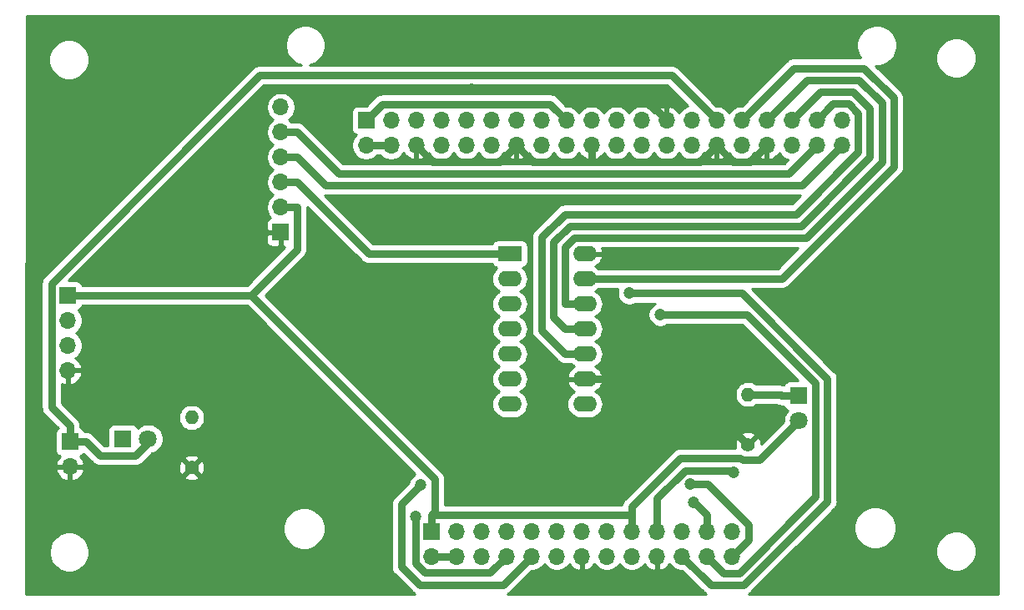
<source format=gtl>
G04 #@! TF.GenerationSoftware,KiCad,Pcbnew,(5.1.10)-1*
G04 #@! TF.CreationDate,2023-02-08T16:19:39+02:00*
G04 #@! TF.ProjectId,rpi_shieled_2,7270695f-7368-4696-956c-65645f322e6b,rev?*
G04 #@! TF.SameCoordinates,Original*
G04 #@! TF.FileFunction,Copper,L1,Top*
G04 #@! TF.FilePolarity,Positive*
%FSLAX46Y46*%
G04 Gerber Fmt 4.6, Leading zero omitted, Abs format (unit mm)*
G04 Created by KiCad (PCBNEW (5.1.10)-1) date 2023-02-08 16:19:39*
%MOMM*%
%LPD*%
G01*
G04 APERTURE LIST*
G04 #@! TA.AperFunction,ComponentPad*
%ADD10R,1.800000X1.800000*%
G04 #@! TD*
G04 #@! TA.AperFunction,ComponentPad*
%ADD11C,1.800000*%
G04 #@! TD*
G04 #@! TA.AperFunction,ComponentPad*
%ADD12O,1.700000X1.700000*%
G04 #@! TD*
G04 #@! TA.AperFunction,ComponentPad*
%ADD13R,1.700000X1.700000*%
G04 #@! TD*
G04 #@! TA.AperFunction,ComponentPad*
%ADD14C,1.400000*%
G04 #@! TD*
G04 #@! TA.AperFunction,ComponentPad*
%ADD15O,1.400000X1.400000*%
G04 #@! TD*
G04 #@! TA.AperFunction,ComponentPad*
%ADD16O,2.400000X1.600000*%
G04 #@! TD*
G04 #@! TA.AperFunction,ComponentPad*
%ADD17R,2.400000X1.600000*%
G04 #@! TD*
G04 #@! TA.AperFunction,ViaPad*
%ADD18C,1.200000*%
G04 #@! TD*
G04 #@! TA.AperFunction,Conductor*
%ADD19C,0.800000*%
G04 #@! TD*
G04 #@! TA.AperFunction,Conductor*
%ADD20C,0.254000*%
G04 #@! TD*
G04 #@! TA.AperFunction,Conductor*
%ADD21C,0.100000*%
G04 #@! TD*
G04 APERTURE END LIST*
D10*
X178650000Y-109110000D03*
D11*
X178650000Y-111650000D03*
X112660000Y-113470000D03*
D10*
X110120000Y-113470000D03*
D12*
X183030000Y-83690000D03*
X183030000Y-81150000D03*
X180490000Y-83690000D03*
X180490000Y-81150000D03*
X177950000Y-83690000D03*
X177950000Y-81150000D03*
X175410000Y-83690000D03*
X175410000Y-81150000D03*
X172870000Y-83690000D03*
X172870000Y-81150000D03*
X170330000Y-83690000D03*
X170330000Y-81150000D03*
X167790000Y-83690000D03*
X167790000Y-81150000D03*
X165250000Y-83690000D03*
X165250000Y-81150000D03*
X162710000Y-83690000D03*
X162710000Y-81150000D03*
X160170000Y-83690000D03*
X160170000Y-81150000D03*
X157630000Y-83690000D03*
X157630000Y-81150000D03*
X155090000Y-83690000D03*
X155090000Y-81150000D03*
X152550000Y-83690000D03*
X152550000Y-81150000D03*
X150010000Y-83690000D03*
X150010000Y-81150000D03*
X147470000Y-83690000D03*
X147470000Y-81150000D03*
X144930000Y-83690000D03*
X144930000Y-81150000D03*
X142390000Y-83690000D03*
X142390000Y-81150000D03*
X139850000Y-83690000D03*
X139850000Y-81150000D03*
X137310000Y-83690000D03*
X137310000Y-81150000D03*
X134770000Y-83690000D03*
D13*
X134770000Y-81150000D03*
D12*
X104530000Y-106530000D03*
X104530000Y-103990000D03*
X104530000Y-101450000D03*
D13*
X104530000Y-98910000D03*
D12*
X104720000Y-116310000D03*
D13*
X104720000Y-113770000D03*
D12*
X126120000Y-79810000D03*
X126120000Y-82350000D03*
X126120000Y-84890000D03*
X126120000Y-87430000D03*
X126120000Y-89970000D03*
D13*
X126120000Y-92510000D03*
D12*
X171900000Y-125380000D03*
X171900000Y-122840000D03*
X169360000Y-125380000D03*
X169360000Y-122840000D03*
X166820000Y-125380000D03*
X166820000Y-122840000D03*
X164280000Y-125380000D03*
X164280000Y-122840000D03*
X161740000Y-125380000D03*
X161740000Y-122840000D03*
X159200000Y-125380000D03*
X159200000Y-122840000D03*
X156660000Y-125380000D03*
X156660000Y-122840000D03*
X154120000Y-125380000D03*
X154120000Y-122840000D03*
X151580000Y-125380000D03*
X151580000Y-122840000D03*
X149040000Y-125380000D03*
X149040000Y-122840000D03*
X146500000Y-125380000D03*
X146500000Y-122840000D03*
X143960000Y-125380000D03*
X143960000Y-122840000D03*
X141420000Y-125380000D03*
D13*
X141420000Y-122840000D03*
D14*
X173530000Y-114040000D03*
D15*
X173530000Y-108960000D03*
X117070000Y-111310000D03*
D14*
X117070000Y-116390000D03*
D16*
X156970000Y-94690000D03*
X149350000Y-109930000D03*
X156970000Y-97230000D03*
X149350000Y-107390000D03*
X156970000Y-99770000D03*
X149350000Y-104850000D03*
X156970000Y-102310000D03*
X149350000Y-102310000D03*
X156970000Y-104850000D03*
X149350000Y-99770000D03*
X156970000Y-107390000D03*
X149350000Y-97230000D03*
X156970000Y-109930000D03*
D17*
X149350000Y-94690000D03*
D18*
X145447100Y-78034500D03*
X139767600Y-121346500D03*
X140327000Y-118134200D03*
X172015600Y-116873100D03*
X161486800Y-98692300D03*
X167975600Y-119909700D03*
X164598100Y-100870100D03*
X167685900Y-118055800D03*
D19*
X123083200Y-98910000D02*
X104530000Y-98910000D01*
X141420000Y-121189700D02*
X141727300Y-120882400D01*
X141727300Y-120882400D02*
X141727300Y-117554100D01*
X141727300Y-117554100D02*
X123083200Y-98910000D01*
X127770300Y-89970000D02*
X127770300Y-94222900D01*
X127770300Y-94222900D02*
X123083200Y-98910000D01*
X178650000Y-111650000D02*
X174694300Y-115605700D01*
X174694300Y-115605700D02*
X172968800Y-115605700D01*
X172968800Y-115605700D02*
X172771600Y-115408500D01*
X172771600Y-115408500D02*
X166655400Y-115408500D01*
X166655400Y-115408500D02*
X161740000Y-120323900D01*
X161740000Y-120323900D02*
X161740000Y-121189700D01*
X141420000Y-121189700D02*
X161740000Y-121189700D01*
X161740000Y-122840000D02*
X161740000Y-121189700D01*
X126120000Y-89970000D02*
X127770300Y-89970000D01*
X141420000Y-122840000D02*
X141420000Y-121189700D01*
X134770000Y-81150000D02*
X136420400Y-79499600D01*
X136420400Y-79499600D02*
X153439600Y-79499600D01*
X153439600Y-79499600D02*
X155090000Y-81150000D01*
X178650000Y-109110000D02*
X176949700Y-109110000D01*
X173530000Y-108960000D02*
X176799700Y-108960000D01*
X176799700Y-108960000D02*
X176949700Y-109110000D01*
X104720000Y-113770000D02*
X104720000Y-112119700D01*
X170330000Y-81150000D02*
X165749500Y-76569500D01*
X165749500Y-76569500D02*
X123989500Y-76569500D01*
X123989500Y-76569500D02*
X102846400Y-97712600D01*
X102846400Y-97712600D02*
X102846400Y-110246100D01*
X102846400Y-110246100D02*
X104720000Y-112119700D01*
X104720000Y-113770000D02*
X106370300Y-113770000D01*
X106370300Y-113770000D02*
X107770700Y-115170400D01*
X107770700Y-115170400D02*
X111390000Y-115170400D01*
X111390000Y-115170400D02*
X112660000Y-113900400D01*
X112660000Y-113900400D02*
X112660000Y-113470000D01*
X143960000Y-125380000D02*
X141420000Y-125380000D01*
X137310000Y-83690000D02*
X134770000Y-83690000D01*
X170330000Y-83690000D02*
X171984300Y-85344300D01*
X171984300Y-85344300D02*
X173755700Y-85344300D01*
X173755700Y-85344300D02*
X175410000Y-83690000D01*
X170330000Y-83690000D02*
X168679700Y-85340300D01*
X168679700Y-85340300D02*
X157630000Y-85340300D01*
X173530000Y-114040000D02*
X166880000Y-107390000D01*
X166880000Y-107390000D02*
X158970300Y-107390000D01*
X165250000Y-81150000D02*
X162134500Y-78034500D01*
X162134500Y-78034500D02*
X145447100Y-78034500D01*
X139850000Y-83690000D02*
X141500400Y-85340400D01*
X141500400Y-85340400D02*
X148359600Y-85340400D01*
X148359600Y-85340400D02*
X150010000Y-83690000D01*
X157630000Y-85340300D02*
X151660300Y-85340300D01*
X151660300Y-85340300D02*
X150010000Y-83690000D01*
X157630000Y-83690000D02*
X157630000Y-85340300D01*
X156970000Y-107390000D02*
X158970300Y-107390000D01*
X149040000Y-125380000D02*
X147354800Y-127065200D01*
X147354800Y-127065200D02*
X140764800Y-127065200D01*
X140764800Y-127065200D02*
X139767600Y-126068000D01*
X139767600Y-126068000D02*
X139767600Y-121346500D01*
X140327000Y-118134200D02*
X138345100Y-120116100D01*
X138345100Y-120116100D02*
X138345100Y-126440000D01*
X138345100Y-126440000D02*
X140205500Y-128300400D01*
X140205500Y-128300400D02*
X148659600Y-128300400D01*
X148659600Y-128300400D02*
X151580000Y-125380000D01*
X172015600Y-116873100D02*
X171798000Y-116655500D01*
X171798000Y-116655500D02*
X167105900Y-116655500D01*
X167105900Y-116655500D02*
X164280000Y-119481400D01*
X164280000Y-119481400D02*
X164280000Y-122840000D01*
X166820000Y-125380000D02*
X169759000Y-128319000D01*
X169759000Y-128319000D02*
X173068600Y-128319000D01*
X173068600Y-128319000D02*
X181559500Y-119828100D01*
X181559500Y-119828100D02*
X181559500Y-107357700D01*
X181559500Y-107357700D02*
X172894100Y-98692300D01*
X172894100Y-98692300D02*
X161486800Y-98692300D01*
X169360000Y-121189700D02*
X168080100Y-119909800D01*
X168080100Y-119909800D02*
X167975600Y-119909800D01*
X167975600Y-119909800D02*
X167975600Y-119909700D01*
X169360000Y-122840000D02*
X169360000Y-121189700D01*
X169360000Y-125380000D02*
X171054500Y-127074500D01*
X171054500Y-127074500D02*
X172615400Y-127074500D01*
X172615400Y-127074500D02*
X180350400Y-119339500D01*
X180350400Y-119339500D02*
X180350400Y-107846300D01*
X180350400Y-107846300D02*
X173374200Y-100870100D01*
X173374200Y-100870100D02*
X164598100Y-100870100D01*
X171900000Y-125380000D02*
X173567500Y-123712500D01*
X173567500Y-123712500D02*
X173567500Y-122162300D01*
X173567500Y-122162300D02*
X169461000Y-118055800D01*
X169461000Y-118055800D02*
X167685900Y-118055800D01*
X156970000Y-97230000D02*
X176935100Y-97230000D01*
X176935100Y-97230000D02*
X188288500Y-85876600D01*
X188288500Y-85876600D02*
X188288500Y-78892600D01*
X188288500Y-78892600D02*
X185243400Y-75847500D01*
X185243400Y-75847500D02*
X178172500Y-75847500D01*
X178172500Y-75847500D02*
X172870000Y-81150000D01*
X156970000Y-99770000D02*
X154969700Y-99770000D01*
X154969700Y-99770000D02*
X154969700Y-94025600D01*
X154969700Y-94025600D02*
X155922100Y-93073200D01*
X155922100Y-93073200D02*
X179394400Y-93073200D01*
X179394400Y-93073200D02*
X187088200Y-85379400D01*
X187088200Y-85379400D02*
X187088200Y-79389800D01*
X187088200Y-79389800D02*
X184746200Y-77047800D01*
X184746200Y-77047800D02*
X179512200Y-77047800D01*
X179512200Y-77047800D02*
X175410000Y-81150000D01*
X177950000Y-81150000D02*
X180830200Y-78269800D01*
X180830200Y-78269800D02*
X184194000Y-78269800D01*
X184194000Y-78269800D02*
X185887900Y-79963700D01*
X185887900Y-79963700D02*
X185887900Y-84882200D01*
X185887900Y-84882200D02*
X178897300Y-91872800D01*
X178897300Y-91872800D02*
X155425000Y-91872800D01*
X155425000Y-91872800D02*
X153769400Y-93528400D01*
X153769400Y-93528400D02*
X153769400Y-101109700D01*
X153769400Y-101109700D02*
X154969700Y-102310000D01*
X156970000Y-102310000D02*
X154969700Y-102310000D01*
X180490000Y-81150000D02*
X182157100Y-79482900D01*
X182157100Y-79482900D02*
X183709400Y-79482900D01*
X183709400Y-79482900D02*
X184687500Y-80461000D01*
X184687500Y-80461000D02*
X184687500Y-84375700D01*
X184687500Y-84375700D02*
X178390700Y-90672500D01*
X178390700Y-90672500D02*
X154927800Y-90672500D01*
X154927800Y-90672500D02*
X152569100Y-93031200D01*
X152569100Y-93031200D02*
X152569100Y-102449400D01*
X152569100Y-102449400D02*
X154969700Y-104850000D01*
X156970000Y-104850000D02*
X154969700Y-104850000D01*
X126120000Y-82350000D02*
X127770300Y-82350000D01*
X127770300Y-82350000D02*
X131968900Y-86548600D01*
X131968900Y-86548600D02*
X177631400Y-86548600D01*
X177631400Y-86548600D02*
X180490000Y-83690000D01*
X127770300Y-84890000D02*
X130629300Y-87749000D01*
X130629300Y-87749000D02*
X178971000Y-87749000D01*
X178971000Y-87749000D02*
X183030000Y-83690000D01*
X126120000Y-84890000D02*
X127770300Y-84890000D01*
X126120000Y-87430000D02*
X127770300Y-87430000D01*
X127770300Y-87430000D02*
X135030300Y-94690000D01*
X135030300Y-94690000D02*
X147349700Y-94690000D01*
X149350000Y-94690000D02*
X147349700Y-94690000D01*
D20*
X198935001Y-129225069D02*
X173564321Y-129227604D01*
X173646397Y-129183734D01*
X173803996Y-129054396D01*
X173836407Y-129014903D01*
X178183452Y-124667858D01*
X192577614Y-124667858D01*
X192577614Y-125072142D01*
X192656486Y-125468659D01*
X192811199Y-125842170D01*
X193035807Y-126178320D01*
X193321680Y-126464193D01*
X193657830Y-126688801D01*
X194031341Y-126843514D01*
X194427858Y-126922386D01*
X194832142Y-126922386D01*
X195228659Y-126843514D01*
X195602170Y-126688801D01*
X195938320Y-126464193D01*
X196224193Y-126178320D01*
X196448801Y-125842170D01*
X196603514Y-125468659D01*
X196682386Y-125072142D01*
X196682386Y-124667858D01*
X196603514Y-124271341D01*
X196448801Y-123897830D01*
X196224193Y-123561680D01*
X195938320Y-123275807D01*
X195602170Y-123051199D01*
X195228659Y-122896486D01*
X194832142Y-122817614D01*
X194427858Y-122817614D01*
X194031341Y-122896486D01*
X193657830Y-123051199D01*
X193321680Y-123275807D01*
X193035807Y-123561680D01*
X192811199Y-123897830D01*
X192656486Y-124271341D01*
X192577614Y-124667858D01*
X178183452Y-124667858D01*
X180574480Y-122276830D01*
X184255648Y-122276830D01*
X184255648Y-122703170D01*
X184338823Y-123121318D01*
X184501976Y-123515205D01*
X184738838Y-123869694D01*
X185040306Y-124171162D01*
X185394795Y-124408024D01*
X185788682Y-124571177D01*
X186206830Y-124654352D01*
X186633170Y-124654352D01*
X187051318Y-124571177D01*
X187445205Y-124408024D01*
X187799694Y-124171162D01*
X188101162Y-123869694D01*
X188338024Y-123515205D01*
X188501177Y-123121318D01*
X188584352Y-122703170D01*
X188584352Y-122276830D01*
X188501177Y-121858682D01*
X188338024Y-121464795D01*
X188101162Y-121110306D01*
X187799694Y-120808838D01*
X187445205Y-120571976D01*
X187051318Y-120408823D01*
X186633170Y-120325648D01*
X186206830Y-120325648D01*
X185788682Y-120408823D01*
X185394795Y-120571976D01*
X185040306Y-120808838D01*
X184738838Y-121110306D01*
X184501976Y-121464795D01*
X184338823Y-121858682D01*
X184255648Y-122276830D01*
X180574480Y-122276830D01*
X182255408Y-120595903D01*
X182294896Y-120563496D01*
X182361970Y-120481766D01*
X182424234Y-120405898D01*
X182495235Y-120273063D01*
X182520341Y-120226093D01*
X182579524Y-120030995D01*
X182594500Y-119878938D01*
X182594500Y-119878936D01*
X182599507Y-119828100D01*
X182594500Y-119777265D01*
X182594500Y-107408527D01*
X182599506Y-107357699D01*
X182594500Y-107306871D01*
X182594500Y-107306862D01*
X182579524Y-107154805D01*
X182520341Y-106959707D01*
X182438340Y-106806293D01*
X182424234Y-106779902D01*
X182327303Y-106661792D01*
X182294896Y-106622304D01*
X182255408Y-106589897D01*
X173930510Y-98265000D01*
X176884272Y-98265000D01*
X176935100Y-98270006D01*
X176985928Y-98265000D01*
X176985938Y-98265000D01*
X177137995Y-98250024D01*
X177333093Y-98190841D01*
X177512897Y-98094734D01*
X177670496Y-97965396D01*
X177702907Y-97925903D01*
X188984408Y-86644403D01*
X189023896Y-86611996D01*
X189075925Y-86548599D01*
X189153234Y-86454398D01*
X189211331Y-86345704D01*
X189249341Y-86274593D01*
X189308524Y-86079495D01*
X189323500Y-85927438D01*
X189323500Y-85927429D01*
X189328506Y-85876601D01*
X189323500Y-85825773D01*
X189323500Y-78943435D01*
X189328507Y-78892600D01*
X189315861Y-78764204D01*
X189308524Y-78689705D01*
X189249341Y-78494607D01*
X189182618Y-78369776D01*
X189153234Y-78314802D01*
X189056303Y-78196692D01*
X189023896Y-78157204D01*
X188984408Y-78124797D01*
X186472470Y-75612860D01*
X186804159Y-75612860D01*
X187204631Y-75533201D01*
X187581868Y-75376945D01*
X187921371Y-75150096D01*
X188210096Y-74861371D01*
X188366124Y-74627858D01*
X192577614Y-74627858D01*
X192577614Y-75032142D01*
X192656486Y-75428659D01*
X192811199Y-75802170D01*
X193035807Y-76138320D01*
X193321680Y-76424193D01*
X193657830Y-76648801D01*
X194031341Y-76803514D01*
X194427858Y-76882386D01*
X194832142Y-76882386D01*
X195228659Y-76803514D01*
X195602170Y-76648801D01*
X195938320Y-76424193D01*
X196224193Y-76138320D01*
X196448801Y-75802170D01*
X196603514Y-75428659D01*
X196682386Y-75032142D01*
X196682386Y-74627858D01*
X196603514Y-74231341D01*
X196448801Y-73857830D01*
X196224193Y-73521680D01*
X195938320Y-73235807D01*
X195602170Y-73011199D01*
X195228659Y-72856486D01*
X194832142Y-72777614D01*
X194427858Y-72777614D01*
X194031341Y-72856486D01*
X193657830Y-73011199D01*
X193321680Y-73235807D01*
X193035807Y-73521680D01*
X192811199Y-73857830D01*
X192656486Y-74231341D01*
X192577614Y-74627858D01*
X188366124Y-74627858D01*
X188436945Y-74521868D01*
X188593201Y-74144631D01*
X188672860Y-73744159D01*
X188672860Y-73335841D01*
X188593201Y-72935369D01*
X188436945Y-72558132D01*
X188210096Y-72218629D01*
X187921371Y-71929904D01*
X187581868Y-71703055D01*
X187204631Y-71546799D01*
X186804159Y-71467140D01*
X186395841Y-71467140D01*
X185995369Y-71546799D01*
X185618132Y-71703055D01*
X185278629Y-71929904D01*
X184989904Y-72218629D01*
X184763055Y-72558132D01*
X184606799Y-72935369D01*
X184527140Y-73335841D01*
X184527140Y-73744159D01*
X184606799Y-74144631D01*
X184763055Y-74521868D01*
X184957249Y-74812500D01*
X178223327Y-74812500D01*
X178172499Y-74807494D01*
X178121671Y-74812500D01*
X178121662Y-74812500D01*
X177969605Y-74827476D01*
X177774507Y-74886659D01*
X177748053Y-74900799D01*
X177594702Y-74982766D01*
X177534538Y-75032142D01*
X177437104Y-75112104D01*
X177404697Y-75151592D01*
X172891290Y-79665000D01*
X172723740Y-79665000D01*
X172436842Y-79722068D01*
X172166589Y-79834010D01*
X171923368Y-79996525D01*
X171716525Y-80203368D01*
X171600000Y-80377760D01*
X171483475Y-80203368D01*
X171276632Y-79996525D01*
X171033411Y-79834010D01*
X170763158Y-79722068D01*
X170476260Y-79665000D01*
X170308711Y-79665000D01*
X166517307Y-75873597D01*
X166484896Y-75834104D01*
X166327297Y-75704766D01*
X166147493Y-75608659D01*
X165952395Y-75549476D01*
X165800338Y-75534500D01*
X165800328Y-75534500D01*
X165749500Y-75529494D01*
X165698672Y-75534500D01*
X129012608Y-75534500D01*
X129218659Y-75493514D01*
X129592170Y-75338801D01*
X129928320Y-75114193D01*
X130214193Y-74828320D01*
X130438801Y-74492170D01*
X130593514Y-74118659D01*
X130672386Y-73722142D01*
X130672386Y-73317858D01*
X130593514Y-72921341D01*
X130438801Y-72547830D01*
X130214193Y-72211680D01*
X129928320Y-71925807D01*
X129592170Y-71701199D01*
X129218659Y-71546486D01*
X128822142Y-71467614D01*
X128417858Y-71467614D01*
X128021341Y-71546486D01*
X127647830Y-71701199D01*
X127311680Y-71925807D01*
X127025807Y-72211680D01*
X126801199Y-72547830D01*
X126646486Y-72921341D01*
X126567614Y-73317858D01*
X126567614Y-73722142D01*
X126646486Y-74118659D01*
X126801199Y-74492170D01*
X127025807Y-74828320D01*
X127311680Y-75114193D01*
X127647830Y-75338801D01*
X128021341Y-75493514D01*
X128227392Y-75534500D01*
X124040335Y-75534500D01*
X123989500Y-75529493D01*
X123938665Y-75534500D01*
X123938662Y-75534500D01*
X123786605Y-75549476D01*
X123591507Y-75608659D01*
X123538434Y-75637027D01*
X123411702Y-75704766D01*
X123293592Y-75801697D01*
X123254104Y-75834104D01*
X123221697Y-75873592D01*
X102150497Y-96944793D01*
X102111004Y-96977204D01*
X101981666Y-97134803D01*
X101885559Y-97314608D01*
X101826376Y-97509706D01*
X101811400Y-97661763D01*
X101811400Y-97661772D01*
X101806394Y-97712600D01*
X101811400Y-97763428D01*
X101811401Y-110195262D01*
X101806394Y-110246100D01*
X101826377Y-110448995D01*
X101885560Y-110644093D01*
X101981666Y-110823897D01*
X102078597Y-110942007D01*
X102111005Y-110981496D01*
X102150492Y-111013902D01*
X103522379Y-112385789D01*
X103515506Y-112389463D01*
X103418815Y-112468815D01*
X103339463Y-112565506D01*
X103280498Y-112675820D01*
X103244188Y-112795518D01*
X103231928Y-112920000D01*
X103231928Y-114620000D01*
X103244188Y-114744482D01*
X103280498Y-114864180D01*
X103339463Y-114974494D01*
X103418815Y-115071185D01*
X103515506Y-115150537D01*
X103625820Y-115209502D01*
X103706466Y-115233966D01*
X103622412Y-115309731D01*
X103448359Y-115543080D01*
X103323175Y-115805901D01*
X103278524Y-115953110D01*
X103399845Y-116183000D01*
X104593000Y-116183000D01*
X104593000Y-116163000D01*
X104847000Y-116163000D01*
X104847000Y-116183000D01*
X106040155Y-116183000D01*
X106161476Y-115953110D01*
X106116825Y-115805901D01*
X105991641Y-115543080D01*
X105817588Y-115309731D01*
X105733534Y-115233966D01*
X105814180Y-115209502D01*
X105924494Y-115150537D01*
X106021185Y-115071185D01*
X106100537Y-114974494D01*
X106104211Y-114967621D01*
X107002897Y-115866308D01*
X107035304Y-115905796D01*
X107074792Y-115938203D01*
X107192902Y-116035134D01*
X107272544Y-116077703D01*
X107372707Y-116131241D01*
X107567805Y-116190424D01*
X107719862Y-116205400D01*
X107719865Y-116205400D01*
X107770700Y-116210407D01*
X107821535Y-116205400D01*
X111339172Y-116205400D01*
X111390000Y-116210406D01*
X111440828Y-116205400D01*
X111440838Y-116205400D01*
X111592895Y-116190424D01*
X111787993Y-116131241D01*
X111967797Y-116035134D01*
X112125396Y-115905796D01*
X112157807Y-115866303D01*
X112555379Y-115468731D01*
X116328336Y-115468731D01*
X117070000Y-116210395D01*
X117811664Y-115468731D01*
X117752203Y-115234963D01*
X117513758Y-115124066D01*
X117258260Y-115061817D01*
X116995527Y-115050610D01*
X116735656Y-115090875D01*
X116488634Y-115181065D01*
X116387797Y-115234963D01*
X116328336Y-115468731D01*
X112555379Y-115468731D01*
X113070739Y-114953371D01*
X113107743Y-114946011D01*
X113387095Y-114830299D01*
X113638505Y-114662312D01*
X113852312Y-114448505D01*
X114020299Y-114197095D01*
X114136011Y-113917743D01*
X114195000Y-113621184D01*
X114195000Y-113318816D01*
X114136011Y-113022257D01*
X114020299Y-112742905D01*
X113852312Y-112491495D01*
X113638505Y-112277688D01*
X113387095Y-112109701D01*
X113107743Y-111993989D01*
X112811184Y-111935000D01*
X112508816Y-111935000D01*
X112212257Y-111993989D01*
X111932905Y-112109701D01*
X111681495Y-112277688D01*
X111615056Y-112344127D01*
X111609502Y-112325820D01*
X111550537Y-112215506D01*
X111471185Y-112118815D01*
X111374494Y-112039463D01*
X111264180Y-111980498D01*
X111144482Y-111944188D01*
X111020000Y-111931928D01*
X109220000Y-111931928D01*
X109095518Y-111944188D01*
X108975820Y-111980498D01*
X108865506Y-112039463D01*
X108768815Y-112118815D01*
X108689463Y-112215506D01*
X108630498Y-112325820D01*
X108594188Y-112445518D01*
X108581928Y-112570000D01*
X108581928Y-114135400D01*
X108199411Y-114135400D01*
X107138107Y-113074097D01*
X107105696Y-113034604D01*
X106948097Y-112905266D01*
X106768293Y-112809159D01*
X106573195Y-112749976D01*
X106421138Y-112735000D01*
X106421128Y-112735000D01*
X106370300Y-112729994D01*
X106319472Y-112735000D01*
X106177454Y-112735000D01*
X106159502Y-112675820D01*
X106100537Y-112565506D01*
X106021185Y-112468815D01*
X105924494Y-112389463D01*
X105814180Y-112330498D01*
X105755000Y-112312546D01*
X105755000Y-112170535D01*
X105760007Y-112119700D01*
X105755000Y-112068862D01*
X105740024Y-111916805D01*
X105680841Y-111721707D01*
X105680841Y-111721706D01*
X105584734Y-111541902D01*
X105487803Y-111423792D01*
X105455396Y-111384304D01*
X105415908Y-111351897D01*
X105242525Y-111178514D01*
X115735000Y-111178514D01*
X115735000Y-111441486D01*
X115786304Y-111699405D01*
X115886939Y-111942359D01*
X116033038Y-112161013D01*
X116218987Y-112346962D01*
X116437641Y-112493061D01*
X116680595Y-112593696D01*
X116938514Y-112645000D01*
X117201486Y-112645000D01*
X117459405Y-112593696D01*
X117702359Y-112493061D01*
X117921013Y-112346962D01*
X118106962Y-112161013D01*
X118253061Y-111942359D01*
X118353696Y-111699405D01*
X118405000Y-111441486D01*
X118405000Y-111178514D01*
X118353696Y-110920595D01*
X118253061Y-110677641D01*
X118106962Y-110458987D01*
X117921013Y-110273038D01*
X117702359Y-110126939D01*
X117459405Y-110026304D01*
X117201486Y-109975000D01*
X116938514Y-109975000D01*
X116680595Y-110026304D01*
X116437641Y-110126939D01*
X116218987Y-110273038D01*
X116033038Y-110458987D01*
X115886939Y-110677641D01*
X115786304Y-110920595D01*
X115735000Y-111178514D01*
X105242525Y-111178514D01*
X103881400Y-109817390D01*
X103881400Y-107863823D01*
X103898748Y-107874157D01*
X104173109Y-107971481D01*
X104403000Y-107850814D01*
X104403000Y-106657000D01*
X104657000Y-106657000D01*
X104657000Y-107850814D01*
X104886891Y-107971481D01*
X105161252Y-107874157D01*
X105411355Y-107725178D01*
X105627588Y-107530269D01*
X105801641Y-107296920D01*
X105926825Y-107034099D01*
X105971476Y-106886890D01*
X105850155Y-106657000D01*
X104657000Y-106657000D01*
X104403000Y-106657000D01*
X104383000Y-106657000D01*
X104383000Y-106403000D01*
X104403000Y-106403000D01*
X104403000Y-106383000D01*
X104657000Y-106383000D01*
X104657000Y-106403000D01*
X105850155Y-106403000D01*
X105971476Y-106173110D01*
X105926825Y-106025901D01*
X105801641Y-105763080D01*
X105627588Y-105529731D01*
X105411355Y-105334822D01*
X105294466Y-105265195D01*
X105476632Y-105143475D01*
X105683475Y-104936632D01*
X105845990Y-104693411D01*
X105957932Y-104423158D01*
X106015000Y-104136260D01*
X106015000Y-103843740D01*
X105957932Y-103556842D01*
X105845990Y-103286589D01*
X105683475Y-103043368D01*
X105476632Y-102836525D01*
X105302240Y-102720000D01*
X105476632Y-102603475D01*
X105683475Y-102396632D01*
X105845990Y-102153411D01*
X105957932Y-101883158D01*
X106015000Y-101596260D01*
X106015000Y-101303740D01*
X105957932Y-101016842D01*
X105845990Y-100746589D01*
X105683475Y-100503368D01*
X105551620Y-100371513D01*
X105624180Y-100349502D01*
X105734494Y-100290537D01*
X105831185Y-100211185D01*
X105910537Y-100114494D01*
X105969502Y-100004180D01*
X105987454Y-99945000D01*
X122654490Y-99945000D01*
X139747126Y-117037637D01*
X139742008Y-117039757D01*
X139539733Y-117174913D01*
X139367713Y-117346933D01*
X139232557Y-117549208D01*
X139139460Y-117773964D01*
X139118587Y-117878903D01*
X137649197Y-119348293D01*
X137609704Y-119380704D01*
X137480366Y-119538303D01*
X137384259Y-119718108D01*
X137325076Y-119913206D01*
X137310100Y-120065263D01*
X137310100Y-120065272D01*
X137305094Y-120116100D01*
X137310100Y-120166928D01*
X137310101Y-126389162D01*
X137305094Y-126440000D01*
X137325077Y-126642895D01*
X137384260Y-126837993D01*
X137480366Y-127017797D01*
X137554400Y-127108007D01*
X137609705Y-127175396D01*
X137649192Y-127207802D01*
X139437697Y-128996308D01*
X139470104Y-129035796D01*
X139509592Y-129068203D01*
X139627702Y-129165134D01*
X139662501Y-129183734D01*
X139750899Y-129230983D01*
X100236509Y-129234932D01*
X100246223Y-124757858D01*
X102607614Y-124757858D01*
X102607614Y-125162142D01*
X102686486Y-125558659D01*
X102841199Y-125932170D01*
X103065807Y-126268320D01*
X103351680Y-126554193D01*
X103687830Y-126778801D01*
X104061341Y-126933514D01*
X104457858Y-127012386D01*
X104862142Y-127012386D01*
X105258659Y-126933514D01*
X105632170Y-126778801D01*
X105968320Y-126554193D01*
X106254193Y-126268320D01*
X106478801Y-125932170D01*
X106633514Y-125558659D01*
X106712386Y-125162142D01*
X106712386Y-124757858D01*
X106633514Y-124361341D01*
X106478801Y-123987830D01*
X106254193Y-123651680D01*
X105968320Y-123365807D01*
X105632170Y-123141199D01*
X105258659Y-122986486D01*
X104862142Y-122907614D01*
X104457858Y-122907614D01*
X104061341Y-122986486D01*
X103687830Y-123141199D01*
X103351680Y-123365807D01*
X103065807Y-123651680D01*
X102841199Y-123987830D01*
X102686486Y-124361341D01*
X102607614Y-124757858D01*
X100246223Y-124757858D01*
X100251449Y-122348993D01*
X126337613Y-122348993D01*
X126337613Y-122771007D01*
X126419944Y-123184911D01*
X126581441Y-123574801D01*
X126815899Y-123925692D01*
X127114308Y-124224101D01*
X127465199Y-124458559D01*
X127855089Y-124620056D01*
X128268993Y-124702387D01*
X128691007Y-124702387D01*
X129104911Y-124620056D01*
X129494801Y-124458559D01*
X129845692Y-124224101D01*
X130144101Y-123925692D01*
X130378559Y-123574801D01*
X130540056Y-123184911D01*
X130622387Y-122771007D01*
X130622387Y-122348993D01*
X130540056Y-121935089D01*
X130378559Y-121545199D01*
X130144101Y-121194308D01*
X129845692Y-120895899D01*
X129494801Y-120661441D01*
X129104911Y-120499944D01*
X128691007Y-120417613D01*
X128268993Y-120417613D01*
X127855089Y-120499944D01*
X127465199Y-120661441D01*
X127114308Y-120895899D01*
X126815899Y-121194308D01*
X126581441Y-121545199D01*
X126419944Y-121935089D01*
X126337613Y-122348993D01*
X100251449Y-122348993D01*
X100263779Y-116666890D01*
X103278524Y-116666890D01*
X103323175Y-116814099D01*
X103448359Y-117076920D01*
X103622412Y-117310269D01*
X103838645Y-117505178D01*
X104088748Y-117654157D01*
X104363109Y-117751481D01*
X104593000Y-117630814D01*
X104593000Y-116437000D01*
X104847000Y-116437000D01*
X104847000Y-117630814D01*
X105076891Y-117751481D01*
X105351252Y-117654157D01*
X105601355Y-117505178D01*
X105816478Y-117311269D01*
X116328336Y-117311269D01*
X116387797Y-117545037D01*
X116626242Y-117655934D01*
X116881740Y-117718183D01*
X117144473Y-117729390D01*
X117404344Y-117689125D01*
X117651366Y-117598935D01*
X117752203Y-117545037D01*
X117811664Y-117311269D01*
X117070000Y-116569605D01*
X116328336Y-117311269D01*
X105816478Y-117311269D01*
X105817588Y-117310269D01*
X105991641Y-117076920D01*
X106116825Y-116814099D01*
X106161476Y-116666890D01*
X106054654Y-116464473D01*
X115730610Y-116464473D01*
X115770875Y-116724344D01*
X115861065Y-116971366D01*
X115914963Y-117072203D01*
X116148731Y-117131664D01*
X116890395Y-116390000D01*
X117249605Y-116390000D01*
X117991269Y-117131664D01*
X118225037Y-117072203D01*
X118335934Y-116833758D01*
X118398183Y-116578260D01*
X118409390Y-116315527D01*
X118369125Y-116055656D01*
X118278935Y-115808634D01*
X118225037Y-115707797D01*
X117991269Y-115648336D01*
X117249605Y-116390000D01*
X116890395Y-116390000D01*
X116148731Y-115648336D01*
X115914963Y-115707797D01*
X115804066Y-115946242D01*
X115741817Y-116201740D01*
X115730610Y-116464473D01*
X106054654Y-116464473D01*
X106040155Y-116437000D01*
X104847000Y-116437000D01*
X104593000Y-116437000D01*
X103399845Y-116437000D01*
X103278524Y-116666890D01*
X100263779Y-116666890D01*
X100354633Y-74797858D01*
X102565298Y-74797858D01*
X102565298Y-75202142D01*
X102644170Y-75598659D01*
X102798883Y-75972170D01*
X103023491Y-76308320D01*
X103309364Y-76594193D01*
X103645514Y-76818801D01*
X104019025Y-76973514D01*
X104415542Y-77052386D01*
X104819826Y-77052386D01*
X105216343Y-76973514D01*
X105589854Y-76818801D01*
X105926004Y-76594193D01*
X106211877Y-76308320D01*
X106436485Y-75972170D01*
X106591198Y-75598659D01*
X106670070Y-75202142D01*
X106670070Y-74797858D01*
X106591198Y-74401341D01*
X106436485Y-74027830D01*
X106211877Y-73691680D01*
X105926004Y-73405807D01*
X105589854Y-73181199D01*
X105216343Y-73026486D01*
X104819826Y-72947614D01*
X104415542Y-72947614D01*
X104019025Y-73026486D01*
X103645514Y-73181199D01*
X103309364Y-73405807D01*
X103023491Y-73691680D01*
X102798883Y-74027830D01*
X102644170Y-74401341D01*
X102565298Y-74797858D01*
X100354633Y-74797858D01*
X100363819Y-70565000D01*
X198935000Y-70565000D01*
X198935001Y-129225069D01*
G04 #@! TA.AperFunction,Conductor*
D21*
G36*
X198935001Y-129225069D02*
G01*
X173564321Y-129227604D01*
X173646397Y-129183734D01*
X173803996Y-129054396D01*
X173836407Y-129014903D01*
X178183452Y-124667858D01*
X192577614Y-124667858D01*
X192577614Y-125072142D01*
X192656486Y-125468659D01*
X192811199Y-125842170D01*
X193035807Y-126178320D01*
X193321680Y-126464193D01*
X193657830Y-126688801D01*
X194031341Y-126843514D01*
X194427858Y-126922386D01*
X194832142Y-126922386D01*
X195228659Y-126843514D01*
X195602170Y-126688801D01*
X195938320Y-126464193D01*
X196224193Y-126178320D01*
X196448801Y-125842170D01*
X196603514Y-125468659D01*
X196682386Y-125072142D01*
X196682386Y-124667858D01*
X196603514Y-124271341D01*
X196448801Y-123897830D01*
X196224193Y-123561680D01*
X195938320Y-123275807D01*
X195602170Y-123051199D01*
X195228659Y-122896486D01*
X194832142Y-122817614D01*
X194427858Y-122817614D01*
X194031341Y-122896486D01*
X193657830Y-123051199D01*
X193321680Y-123275807D01*
X193035807Y-123561680D01*
X192811199Y-123897830D01*
X192656486Y-124271341D01*
X192577614Y-124667858D01*
X178183452Y-124667858D01*
X180574480Y-122276830D01*
X184255648Y-122276830D01*
X184255648Y-122703170D01*
X184338823Y-123121318D01*
X184501976Y-123515205D01*
X184738838Y-123869694D01*
X185040306Y-124171162D01*
X185394795Y-124408024D01*
X185788682Y-124571177D01*
X186206830Y-124654352D01*
X186633170Y-124654352D01*
X187051318Y-124571177D01*
X187445205Y-124408024D01*
X187799694Y-124171162D01*
X188101162Y-123869694D01*
X188338024Y-123515205D01*
X188501177Y-123121318D01*
X188584352Y-122703170D01*
X188584352Y-122276830D01*
X188501177Y-121858682D01*
X188338024Y-121464795D01*
X188101162Y-121110306D01*
X187799694Y-120808838D01*
X187445205Y-120571976D01*
X187051318Y-120408823D01*
X186633170Y-120325648D01*
X186206830Y-120325648D01*
X185788682Y-120408823D01*
X185394795Y-120571976D01*
X185040306Y-120808838D01*
X184738838Y-121110306D01*
X184501976Y-121464795D01*
X184338823Y-121858682D01*
X184255648Y-122276830D01*
X180574480Y-122276830D01*
X182255408Y-120595903D01*
X182294896Y-120563496D01*
X182361970Y-120481766D01*
X182424234Y-120405898D01*
X182495235Y-120273063D01*
X182520341Y-120226093D01*
X182579524Y-120030995D01*
X182594500Y-119878938D01*
X182594500Y-119878936D01*
X182599507Y-119828100D01*
X182594500Y-119777265D01*
X182594500Y-107408527D01*
X182599506Y-107357699D01*
X182594500Y-107306871D01*
X182594500Y-107306862D01*
X182579524Y-107154805D01*
X182520341Y-106959707D01*
X182438340Y-106806293D01*
X182424234Y-106779902D01*
X182327303Y-106661792D01*
X182294896Y-106622304D01*
X182255408Y-106589897D01*
X173930510Y-98265000D01*
X176884272Y-98265000D01*
X176935100Y-98270006D01*
X176985928Y-98265000D01*
X176985938Y-98265000D01*
X177137995Y-98250024D01*
X177333093Y-98190841D01*
X177512897Y-98094734D01*
X177670496Y-97965396D01*
X177702907Y-97925903D01*
X188984408Y-86644403D01*
X189023896Y-86611996D01*
X189075925Y-86548599D01*
X189153234Y-86454398D01*
X189211331Y-86345704D01*
X189249341Y-86274593D01*
X189308524Y-86079495D01*
X189323500Y-85927438D01*
X189323500Y-85927429D01*
X189328506Y-85876601D01*
X189323500Y-85825773D01*
X189323500Y-78943435D01*
X189328507Y-78892600D01*
X189315861Y-78764204D01*
X189308524Y-78689705D01*
X189249341Y-78494607D01*
X189182618Y-78369776D01*
X189153234Y-78314802D01*
X189056303Y-78196692D01*
X189023896Y-78157204D01*
X188984408Y-78124797D01*
X186472470Y-75612860D01*
X186804159Y-75612860D01*
X187204631Y-75533201D01*
X187581868Y-75376945D01*
X187921371Y-75150096D01*
X188210096Y-74861371D01*
X188366124Y-74627858D01*
X192577614Y-74627858D01*
X192577614Y-75032142D01*
X192656486Y-75428659D01*
X192811199Y-75802170D01*
X193035807Y-76138320D01*
X193321680Y-76424193D01*
X193657830Y-76648801D01*
X194031341Y-76803514D01*
X194427858Y-76882386D01*
X194832142Y-76882386D01*
X195228659Y-76803514D01*
X195602170Y-76648801D01*
X195938320Y-76424193D01*
X196224193Y-76138320D01*
X196448801Y-75802170D01*
X196603514Y-75428659D01*
X196682386Y-75032142D01*
X196682386Y-74627858D01*
X196603514Y-74231341D01*
X196448801Y-73857830D01*
X196224193Y-73521680D01*
X195938320Y-73235807D01*
X195602170Y-73011199D01*
X195228659Y-72856486D01*
X194832142Y-72777614D01*
X194427858Y-72777614D01*
X194031341Y-72856486D01*
X193657830Y-73011199D01*
X193321680Y-73235807D01*
X193035807Y-73521680D01*
X192811199Y-73857830D01*
X192656486Y-74231341D01*
X192577614Y-74627858D01*
X188366124Y-74627858D01*
X188436945Y-74521868D01*
X188593201Y-74144631D01*
X188672860Y-73744159D01*
X188672860Y-73335841D01*
X188593201Y-72935369D01*
X188436945Y-72558132D01*
X188210096Y-72218629D01*
X187921371Y-71929904D01*
X187581868Y-71703055D01*
X187204631Y-71546799D01*
X186804159Y-71467140D01*
X186395841Y-71467140D01*
X185995369Y-71546799D01*
X185618132Y-71703055D01*
X185278629Y-71929904D01*
X184989904Y-72218629D01*
X184763055Y-72558132D01*
X184606799Y-72935369D01*
X184527140Y-73335841D01*
X184527140Y-73744159D01*
X184606799Y-74144631D01*
X184763055Y-74521868D01*
X184957249Y-74812500D01*
X178223327Y-74812500D01*
X178172499Y-74807494D01*
X178121671Y-74812500D01*
X178121662Y-74812500D01*
X177969605Y-74827476D01*
X177774507Y-74886659D01*
X177748053Y-74900799D01*
X177594702Y-74982766D01*
X177534538Y-75032142D01*
X177437104Y-75112104D01*
X177404697Y-75151592D01*
X172891290Y-79665000D01*
X172723740Y-79665000D01*
X172436842Y-79722068D01*
X172166589Y-79834010D01*
X171923368Y-79996525D01*
X171716525Y-80203368D01*
X171600000Y-80377760D01*
X171483475Y-80203368D01*
X171276632Y-79996525D01*
X171033411Y-79834010D01*
X170763158Y-79722068D01*
X170476260Y-79665000D01*
X170308711Y-79665000D01*
X166517307Y-75873597D01*
X166484896Y-75834104D01*
X166327297Y-75704766D01*
X166147493Y-75608659D01*
X165952395Y-75549476D01*
X165800338Y-75534500D01*
X165800328Y-75534500D01*
X165749500Y-75529494D01*
X165698672Y-75534500D01*
X129012608Y-75534500D01*
X129218659Y-75493514D01*
X129592170Y-75338801D01*
X129928320Y-75114193D01*
X130214193Y-74828320D01*
X130438801Y-74492170D01*
X130593514Y-74118659D01*
X130672386Y-73722142D01*
X130672386Y-73317858D01*
X130593514Y-72921341D01*
X130438801Y-72547830D01*
X130214193Y-72211680D01*
X129928320Y-71925807D01*
X129592170Y-71701199D01*
X129218659Y-71546486D01*
X128822142Y-71467614D01*
X128417858Y-71467614D01*
X128021341Y-71546486D01*
X127647830Y-71701199D01*
X127311680Y-71925807D01*
X127025807Y-72211680D01*
X126801199Y-72547830D01*
X126646486Y-72921341D01*
X126567614Y-73317858D01*
X126567614Y-73722142D01*
X126646486Y-74118659D01*
X126801199Y-74492170D01*
X127025807Y-74828320D01*
X127311680Y-75114193D01*
X127647830Y-75338801D01*
X128021341Y-75493514D01*
X128227392Y-75534500D01*
X124040335Y-75534500D01*
X123989500Y-75529493D01*
X123938665Y-75534500D01*
X123938662Y-75534500D01*
X123786605Y-75549476D01*
X123591507Y-75608659D01*
X123538434Y-75637027D01*
X123411702Y-75704766D01*
X123293592Y-75801697D01*
X123254104Y-75834104D01*
X123221697Y-75873592D01*
X102150497Y-96944793D01*
X102111004Y-96977204D01*
X101981666Y-97134803D01*
X101885559Y-97314608D01*
X101826376Y-97509706D01*
X101811400Y-97661763D01*
X101811400Y-97661772D01*
X101806394Y-97712600D01*
X101811400Y-97763428D01*
X101811401Y-110195262D01*
X101806394Y-110246100D01*
X101826377Y-110448995D01*
X101885560Y-110644093D01*
X101981666Y-110823897D01*
X102078597Y-110942007D01*
X102111005Y-110981496D01*
X102150492Y-111013902D01*
X103522379Y-112385789D01*
X103515506Y-112389463D01*
X103418815Y-112468815D01*
X103339463Y-112565506D01*
X103280498Y-112675820D01*
X103244188Y-112795518D01*
X103231928Y-112920000D01*
X103231928Y-114620000D01*
X103244188Y-114744482D01*
X103280498Y-114864180D01*
X103339463Y-114974494D01*
X103418815Y-115071185D01*
X103515506Y-115150537D01*
X103625820Y-115209502D01*
X103706466Y-115233966D01*
X103622412Y-115309731D01*
X103448359Y-115543080D01*
X103323175Y-115805901D01*
X103278524Y-115953110D01*
X103399845Y-116183000D01*
X104593000Y-116183000D01*
X104593000Y-116163000D01*
X104847000Y-116163000D01*
X104847000Y-116183000D01*
X106040155Y-116183000D01*
X106161476Y-115953110D01*
X106116825Y-115805901D01*
X105991641Y-115543080D01*
X105817588Y-115309731D01*
X105733534Y-115233966D01*
X105814180Y-115209502D01*
X105924494Y-115150537D01*
X106021185Y-115071185D01*
X106100537Y-114974494D01*
X106104211Y-114967621D01*
X107002897Y-115866308D01*
X107035304Y-115905796D01*
X107074792Y-115938203D01*
X107192902Y-116035134D01*
X107272544Y-116077703D01*
X107372707Y-116131241D01*
X107567805Y-116190424D01*
X107719862Y-116205400D01*
X107719865Y-116205400D01*
X107770700Y-116210407D01*
X107821535Y-116205400D01*
X111339172Y-116205400D01*
X111390000Y-116210406D01*
X111440828Y-116205400D01*
X111440838Y-116205400D01*
X111592895Y-116190424D01*
X111787993Y-116131241D01*
X111967797Y-116035134D01*
X112125396Y-115905796D01*
X112157807Y-115866303D01*
X112555379Y-115468731D01*
X116328336Y-115468731D01*
X117070000Y-116210395D01*
X117811664Y-115468731D01*
X117752203Y-115234963D01*
X117513758Y-115124066D01*
X117258260Y-115061817D01*
X116995527Y-115050610D01*
X116735656Y-115090875D01*
X116488634Y-115181065D01*
X116387797Y-115234963D01*
X116328336Y-115468731D01*
X112555379Y-115468731D01*
X113070739Y-114953371D01*
X113107743Y-114946011D01*
X113387095Y-114830299D01*
X113638505Y-114662312D01*
X113852312Y-114448505D01*
X114020299Y-114197095D01*
X114136011Y-113917743D01*
X114195000Y-113621184D01*
X114195000Y-113318816D01*
X114136011Y-113022257D01*
X114020299Y-112742905D01*
X113852312Y-112491495D01*
X113638505Y-112277688D01*
X113387095Y-112109701D01*
X113107743Y-111993989D01*
X112811184Y-111935000D01*
X112508816Y-111935000D01*
X112212257Y-111993989D01*
X111932905Y-112109701D01*
X111681495Y-112277688D01*
X111615056Y-112344127D01*
X111609502Y-112325820D01*
X111550537Y-112215506D01*
X111471185Y-112118815D01*
X111374494Y-112039463D01*
X111264180Y-111980498D01*
X111144482Y-111944188D01*
X111020000Y-111931928D01*
X109220000Y-111931928D01*
X109095518Y-111944188D01*
X108975820Y-111980498D01*
X108865506Y-112039463D01*
X108768815Y-112118815D01*
X108689463Y-112215506D01*
X108630498Y-112325820D01*
X108594188Y-112445518D01*
X108581928Y-112570000D01*
X108581928Y-114135400D01*
X108199411Y-114135400D01*
X107138107Y-113074097D01*
X107105696Y-113034604D01*
X106948097Y-112905266D01*
X106768293Y-112809159D01*
X106573195Y-112749976D01*
X106421138Y-112735000D01*
X106421128Y-112735000D01*
X106370300Y-112729994D01*
X106319472Y-112735000D01*
X106177454Y-112735000D01*
X106159502Y-112675820D01*
X106100537Y-112565506D01*
X106021185Y-112468815D01*
X105924494Y-112389463D01*
X105814180Y-112330498D01*
X105755000Y-112312546D01*
X105755000Y-112170535D01*
X105760007Y-112119700D01*
X105755000Y-112068862D01*
X105740024Y-111916805D01*
X105680841Y-111721707D01*
X105680841Y-111721706D01*
X105584734Y-111541902D01*
X105487803Y-111423792D01*
X105455396Y-111384304D01*
X105415908Y-111351897D01*
X105242525Y-111178514D01*
X115735000Y-111178514D01*
X115735000Y-111441486D01*
X115786304Y-111699405D01*
X115886939Y-111942359D01*
X116033038Y-112161013D01*
X116218987Y-112346962D01*
X116437641Y-112493061D01*
X116680595Y-112593696D01*
X116938514Y-112645000D01*
X117201486Y-112645000D01*
X117459405Y-112593696D01*
X117702359Y-112493061D01*
X117921013Y-112346962D01*
X118106962Y-112161013D01*
X118253061Y-111942359D01*
X118353696Y-111699405D01*
X118405000Y-111441486D01*
X118405000Y-111178514D01*
X118353696Y-110920595D01*
X118253061Y-110677641D01*
X118106962Y-110458987D01*
X117921013Y-110273038D01*
X117702359Y-110126939D01*
X117459405Y-110026304D01*
X117201486Y-109975000D01*
X116938514Y-109975000D01*
X116680595Y-110026304D01*
X116437641Y-110126939D01*
X116218987Y-110273038D01*
X116033038Y-110458987D01*
X115886939Y-110677641D01*
X115786304Y-110920595D01*
X115735000Y-111178514D01*
X105242525Y-111178514D01*
X103881400Y-109817390D01*
X103881400Y-107863823D01*
X103898748Y-107874157D01*
X104173109Y-107971481D01*
X104403000Y-107850814D01*
X104403000Y-106657000D01*
X104657000Y-106657000D01*
X104657000Y-107850814D01*
X104886891Y-107971481D01*
X105161252Y-107874157D01*
X105411355Y-107725178D01*
X105627588Y-107530269D01*
X105801641Y-107296920D01*
X105926825Y-107034099D01*
X105971476Y-106886890D01*
X105850155Y-106657000D01*
X104657000Y-106657000D01*
X104403000Y-106657000D01*
X104383000Y-106657000D01*
X104383000Y-106403000D01*
X104403000Y-106403000D01*
X104403000Y-106383000D01*
X104657000Y-106383000D01*
X104657000Y-106403000D01*
X105850155Y-106403000D01*
X105971476Y-106173110D01*
X105926825Y-106025901D01*
X105801641Y-105763080D01*
X105627588Y-105529731D01*
X105411355Y-105334822D01*
X105294466Y-105265195D01*
X105476632Y-105143475D01*
X105683475Y-104936632D01*
X105845990Y-104693411D01*
X105957932Y-104423158D01*
X106015000Y-104136260D01*
X106015000Y-103843740D01*
X105957932Y-103556842D01*
X105845990Y-103286589D01*
X105683475Y-103043368D01*
X105476632Y-102836525D01*
X105302240Y-102720000D01*
X105476632Y-102603475D01*
X105683475Y-102396632D01*
X105845990Y-102153411D01*
X105957932Y-101883158D01*
X106015000Y-101596260D01*
X106015000Y-101303740D01*
X105957932Y-101016842D01*
X105845990Y-100746589D01*
X105683475Y-100503368D01*
X105551620Y-100371513D01*
X105624180Y-100349502D01*
X105734494Y-100290537D01*
X105831185Y-100211185D01*
X105910537Y-100114494D01*
X105969502Y-100004180D01*
X105987454Y-99945000D01*
X122654490Y-99945000D01*
X139747126Y-117037637D01*
X139742008Y-117039757D01*
X139539733Y-117174913D01*
X139367713Y-117346933D01*
X139232557Y-117549208D01*
X139139460Y-117773964D01*
X139118587Y-117878903D01*
X137649197Y-119348293D01*
X137609704Y-119380704D01*
X137480366Y-119538303D01*
X137384259Y-119718108D01*
X137325076Y-119913206D01*
X137310100Y-120065263D01*
X137310100Y-120065272D01*
X137305094Y-120116100D01*
X137310100Y-120166928D01*
X137310101Y-126389162D01*
X137305094Y-126440000D01*
X137325077Y-126642895D01*
X137384260Y-126837993D01*
X137480366Y-127017797D01*
X137554400Y-127108007D01*
X137609705Y-127175396D01*
X137649192Y-127207802D01*
X139437697Y-128996308D01*
X139470104Y-129035796D01*
X139509592Y-129068203D01*
X139627702Y-129165134D01*
X139662501Y-129183734D01*
X139750899Y-129230983D01*
X100236509Y-129234932D01*
X100246223Y-124757858D01*
X102607614Y-124757858D01*
X102607614Y-125162142D01*
X102686486Y-125558659D01*
X102841199Y-125932170D01*
X103065807Y-126268320D01*
X103351680Y-126554193D01*
X103687830Y-126778801D01*
X104061341Y-126933514D01*
X104457858Y-127012386D01*
X104862142Y-127012386D01*
X105258659Y-126933514D01*
X105632170Y-126778801D01*
X105968320Y-126554193D01*
X106254193Y-126268320D01*
X106478801Y-125932170D01*
X106633514Y-125558659D01*
X106712386Y-125162142D01*
X106712386Y-124757858D01*
X106633514Y-124361341D01*
X106478801Y-123987830D01*
X106254193Y-123651680D01*
X105968320Y-123365807D01*
X105632170Y-123141199D01*
X105258659Y-122986486D01*
X104862142Y-122907614D01*
X104457858Y-122907614D01*
X104061341Y-122986486D01*
X103687830Y-123141199D01*
X103351680Y-123365807D01*
X103065807Y-123651680D01*
X102841199Y-123987830D01*
X102686486Y-124361341D01*
X102607614Y-124757858D01*
X100246223Y-124757858D01*
X100251449Y-122348993D01*
X126337613Y-122348993D01*
X126337613Y-122771007D01*
X126419944Y-123184911D01*
X126581441Y-123574801D01*
X126815899Y-123925692D01*
X127114308Y-124224101D01*
X127465199Y-124458559D01*
X127855089Y-124620056D01*
X128268993Y-124702387D01*
X128691007Y-124702387D01*
X129104911Y-124620056D01*
X129494801Y-124458559D01*
X129845692Y-124224101D01*
X130144101Y-123925692D01*
X130378559Y-123574801D01*
X130540056Y-123184911D01*
X130622387Y-122771007D01*
X130622387Y-122348993D01*
X130540056Y-121935089D01*
X130378559Y-121545199D01*
X130144101Y-121194308D01*
X129845692Y-120895899D01*
X129494801Y-120661441D01*
X129104911Y-120499944D01*
X128691007Y-120417613D01*
X128268993Y-120417613D01*
X127855089Y-120499944D01*
X127465199Y-120661441D01*
X127114308Y-120895899D01*
X126815899Y-121194308D01*
X126581441Y-121545199D01*
X126419944Y-121935089D01*
X126337613Y-122348993D01*
X100251449Y-122348993D01*
X100263779Y-116666890D01*
X103278524Y-116666890D01*
X103323175Y-116814099D01*
X103448359Y-117076920D01*
X103622412Y-117310269D01*
X103838645Y-117505178D01*
X104088748Y-117654157D01*
X104363109Y-117751481D01*
X104593000Y-117630814D01*
X104593000Y-116437000D01*
X104847000Y-116437000D01*
X104847000Y-117630814D01*
X105076891Y-117751481D01*
X105351252Y-117654157D01*
X105601355Y-117505178D01*
X105816478Y-117311269D01*
X116328336Y-117311269D01*
X116387797Y-117545037D01*
X116626242Y-117655934D01*
X116881740Y-117718183D01*
X117144473Y-117729390D01*
X117404344Y-117689125D01*
X117651366Y-117598935D01*
X117752203Y-117545037D01*
X117811664Y-117311269D01*
X117070000Y-116569605D01*
X116328336Y-117311269D01*
X105816478Y-117311269D01*
X105817588Y-117310269D01*
X105991641Y-117076920D01*
X106116825Y-116814099D01*
X106161476Y-116666890D01*
X106054654Y-116464473D01*
X115730610Y-116464473D01*
X115770875Y-116724344D01*
X115861065Y-116971366D01*
X115914963Y-117072203D01*
X116148731Y-117131664D01*
X116890395Y-116390000D01*
X117249605Y-116390000D01*
X117991269Y-117131664D01*
X118225037Y-117072203D01*
X118335934Y-116833758D01*
X118398183Y-116578260D01*
X118409390Y-116315527D01*
X118369125Y-116055656D01*
X118278935Y-115808634D01*
X118225037Y-115707797D01*
X117991269Y-115648336D01*
X117249605Y-116390000D01*
X116890395Y-116390000D01*
X116148731Y-115648336D01*
X115914963Y-115707797D01*
X115804066Y-115946242D01*
X115741817Y-116201740D01*
X115730610Y-116464473D01*
X106054654Y-116464473D01*
X106040155Y-116437000D01*
X104847000Y-116437000D01*
X104593000Y-116437000D01*
X103399845Y-116437000D01*
X103278524Y-116666890D01*
X100263779Y-116666890D01*
X100354633Y-74797858D01*
X102565298Y-74797858D01*
X102565298Y-75202142D01*
X102644170Y-75598659D01*
X102798883Y-75972170D01*
X103023491Y-76308320D01*
X103309364Y-76594193D01*
X103645514Y-76818801D01*
X104019025Y-76973514D01*
X104415542Y-77052386D01*
X104819826Y-77052386D01*
X105216343Y-76973514D01*
X105589854Y-76818801D01*
X105926004Y-76594193D01*
X106211877Y-76308320D01*
X106436485Y-75972170D01*
X106591198Y-75598659D01*
X106670070Y-75202142D01*
X106670070Y-74797858D01*
X106591198Y-74401341D01*
X106436485Y-74027830D01*
X106211877Y-73691680D01*
X105926004Y-73405807D01*
X105589854Y-73181199D01*
X105216343Y-73026486D01*
X104819826Y-72947614D01*
X104415542Y-72947614D01*
X104019025Y-73026486D01*
X103645514Y-73181199D01*
X103309364Y-73405807D01*
X103023491Y-73691680D01*
X102798883Y-74027830D01*
X102644170Y-74401341D01*
X102565298Y-74797858D01*
X100354633Y-74797858D01*
X100363819Y-70565000D01*
X198935000Y-70565000D01*
X198935001Y-129225069D01*
G37*
G04 #@! TD.AperFunction*
D20*
X156787000Y-125253000D02*
X156807000Y-125253000D01*
X156807000Y-125507000D01*
X156787000Y-125507000D01*
X156787000Y-126700155D01*
X157016890Y-126821476D01*
X157164099Y-126776825D01*
X157426920Y-126651641D01*
X157660269Y-126477588D01*
X157855178Y-126261355D01*
X157924805Y-126144466D01*
X158046525Y-126326632D01*
X158253368Y-126533475D01*
X158496589Y-126695990D01*
X158766842Y-126807932D01*
X159053740Y-126865000D01*
X159346260Y-126865000D01*
X159633158Y-126807932D01*
X159903411Y-126695990D01*
X160146632Y-126533475D01*
X160353475Y-126326632D01*
X160470000Y-126152240D01*
X160586525Y-126326632D01*
X160793368Y-126533475D01*
X161036589Y-126695990D01*
X161306842Y-126807932D01*
X161593740Y-126865000D01*
X161886260Y-126865000D01*
X162173158Y-126807932D01*
X162443411Y-126695990D01*
X162686632Y-126533475D01*
X162893475Y-126326632D01*
X163015195Y-126144466D01*
X163084822Y-126261355D01*
X163279731Y-126477588D01*
X163513080Y-126651641D01*
X163775901Y-126776825D01*
X163923110Y-126821476D01*
X164153000Y-126700155D01*
X164153000Y-125507000D01*
X164133000Y-125507000D01*
X164133000Y-125253000D01*
X164153000Y-125253000D01*
X164153000Y-125233000D01*
X164407000Y-125233000D01*
X164407000Y-125253000D01*
X164427000Y-125253000D01*
X164427000Y-125507000D01*
X164407000Y-125507000D01*
X164407000Y-126700155D01*
X164636890Y-126821476D01*
X164784099Y-126776825D01*
X165046920Y-126651641D01*
X165280269Y-126477588D01*
X165475178Y-126261355D01*
X165544805Y-126144466D01*
X165666525Y-126326632D01*
X165873368Y-126533475D01*
X166116589Y-126695990D01*
X166386842Y-126807932D01*
X166673740Y-126865000D01*
X166841290Y-126865000D01*
X168991197Y-129014908D01*
X169023604Y-129054396D01*
X169063092Y-129086803D01*
X169181202Y-129183734D01*
X169258401Y-129224997D01*
X169264083Y-129228034D01*
X149115952Y-129230047D01*
X149237397Y-129165134D01*
X149394996Y-129035796D01*
X149427407Y-128996303D01*
X151558711Y-126865000D01*
X151726260Y-126865000D01*
X152013158Y-126807932D01*
X152283411Y-126695990D01*
X152526632Y-126533475D01*
X152733475Y-126326632D01*
X152850000Y-126152240D01*
X152966525Y-126326632D01*
X153173368Y-126533475D01*
X153416589Y-126695990D01*
X153686842Y-126807932D01*
X153973740Y-126865000D01*
X154266260Y-126865000D01*
X154553158Y-126807932D01*
X154823411Y-126695990D01*
X155066632Y-126533475D01*
X155273475Y-126326632D01*
X155395195Y-126144466D01*
X155464822Y-126261355D01*
X155659731Y-126477588D01*
X155893080Y-126651641D01*
X156155901Y-126776825D01*
X156303110Y-126821476D01*
X156533000Y-126700155D01*
X156533000Y-125507000D01*
X156513000Y-125507000D01*
X156513000Y-125253000D01*
X156533000Y-125253000D01*
X156533000Y-125233000D01*
X156787000Y-125233000D01*
X156787000Y-125253000D01*
G04 #@! TA.AperFunction,Conductor*
D21*
G36*
X156787000Y-125253000D02*
G01*
X156807000Y-125253000D01*
X156807000Y-125507000D01*
X156787000Y-125507000D01*
X156787000Y-126700155D01*
X157016890Y-126821476D01*
X157164099Y-126776825D01*
X157426920Y-126651641D01*
X157660269Y-126477588D01*
X157855178Y-126261355D01*
X157924805Y-126144466D01*
X158046525Y-126326632D01*
X158253368Y-126533475D01*
X158496589Y-126695990D01*
X158766842Y-126807932D01*
X159053740Y-126865000D01*
X159346260Y-126865000D01*
X159633158Y-126807932D01*
X159903411Y-126695990D01*
X160146632Y-126533475D01*
X160353475Y-126326632D01*
X160470000Y-126152240D01*
X160586525Y-126326632D01*
X160793368Y-126533475D01*
X161036589Y-126695990D01*
X161306842Y-126807932D01*
X161593740Y-126865000D01*
X161886260Y-126865000D01*
X162173158Y-126807932D01*
X162443411Y-126695990D01*
X162686632Y-126533475D01*
X162893475Y-126326632D01*
X163015195Y-126144466D01*
X163084822Y-126261355D01*
X163279731Y-126477588D01*
X163513080Y-126651641D01*
X163775901Y-126776825D01*
X163923110Y-126821476D01*
X164153000Y-126700155D01*
X164153000Y-125507000D01*
X164133000Y-125507000D01*
X164133000Y-125253000D01*
X164153000Y-125253000D01*
X164153000Y-125233000D01*
X164407000Y-125233000D01*
X164407000Y-125253000D01*
X164427000Y-125253000D01*
X164427000Y-125507000D01*
X164407000Y-125507000D01*
X164407000Y-126700155D01*
X164636890Y-126821476D01*
X164784099Y-126776825D01*
X165046920Y-126651641D01*
X165280269Y-126477588D01*
X165475178Y-126261355D01*
X165544805Y-126144466D01*
X165666525Y-126326632D01*
X165873368Y-126533475D01*
X166116589Y-126695990D01*
X166386842Y-126807932D01*
X166673740Y-126865000D01*
X166841290Y-126865000D01*
X168991197Y-129014908D01*
X169023604Y-129054396D01*
X169063092Y-129086803D01*
X169181202Y-129183734D01*
X169258401Y-129224997D01*
X169264083Y-129228034D01*
X149115952Y-129230047D01*
X149237397Y-129165134D01*
X149394996Y-129035796D01*
X149427407Y-128996303D01*
X151558711Y-126865000D01*
X151726260Y-126865000D01*
X152013158Y-126807932D01*
X152283411Y-126695990D01*
X152526632Y-126533475D01*
X152733475Y-126326632D01*
X152850000Y-126152240D01*
X152966525Y-126326632D01*
X153173368Y-126533475D01*
X153416589Y-126695990D01*
X153686842Y-126807932D01*
X153973740Y-126865000D01*
X154266260Y-126865000D01*
X154553158Y-126807932D01*
X154823411Y-126695990D01*
X155066632Y-126533475D01*
X155273475Y-126326632D01*
X155395195Y-126144466D01*
X155464822Y-126261355D01*
X155659731Y-126477588D01*
X155893080Y-126651641D01*
X156155901Y-126776825D01*
X156303110Y-126821476D01*
X156533000Y-126700155D01*
X156533000Y-125507000D01*
X156513000Y-125507000D01*
X156513000Y-125253000D01*
X156533000Y-125253000D01*
X156533000Y-125233000D01*
X156787000Y-125233000D01*
X156787000Y-125253000D01*
G37*
G04 #@! TD.AperFunction*
D20*
X146627000Y-125253000D02*
X146647000Y-125253000D01*
X146647000Y-125507000D01*
X146627000Y-125507000D01*
X146627000Y-125527000D01*
X146373000Y-125527000D01*
X146373000Y-125507000D01*
X146353000Y-125507000D01*
X146353000Y-125253000D01*
X146373000Y-125253000D01*
X146373000Y-125233000D01*
X146627000Y-125233000D01*
X146627000Y-125253000D01*
G04 #@! TA.AperFunction,Conductor*
D21*
G36*
X146627000Y-125253000D02*
G01*
X146647000Y-125253000D01*
X146647000Y-125507000D01*
X146627000Y-125507000D01*
X146627000Y-125527000D01*
X146373000Y-125527000D01*
X146373000Y-125507000D01*
X146353000Y-125507000D01*
X146353000Y-125253000D01*
X146373000Y-125253000D01*
X146373000Y-125233000D01*
X146627000Y-125233000D01*
X146627000Y-125253000D01*
G37*
G04 #@! TD.AperFunction*
D20*
X172027000Y-122713000D02*
X172047000Y-122713000D01*
X172047000Y-122967000D01*
X172027000Y-122967000D01*
X172027000Y-122987000D01*
X171773000Y-122987000D01*
X171773000Y-122967000D01*
X171753000Y-122967000D01*
X171753000Y-122713000D01*
X171773000Y-122713000D01*
X171773000Y-122693000D01*
X172027000Y-122693000D01*
X172027000Y-122713000D01*
G04 #@! TA.AperFunction,Conductor*
D21*
G36*
X172027000Y-122713000D02*
G01*
X172047000Y-122713000D01*
X172047000Y-122967000D01*
X172027000Y-122967000D01*
X172027000Y-122987000D01*
X171773000Y-122987000D01*
X171773000Y-122967000D01*
X171753000Y-122967000D01*
X171753000Y-122713000D01*
X171773000Y-122713000D01*
X171773000Y-122693000D01*
X172027000Y-122693000D01*
X172027000Y-122713000D01*
G37*
G04 #@! TD.AperFunction*
D20*
X151707000Y-122713000D02*
X151727000Y-122713000D01*
X151727000Y-122967000D01*
X151707000Y-122967000D01*
X151707000Y-122987000D01*
X151453000Y-122987000D01*
X151453000Y-122967000D01*
X151433000Y-122967000D01*
X151433000Y-122713000D01*
X151453000Y-122713000D01*
X151453000Y-122693000D01*
X151707000Y-122693000D01*
X151707000Y-122713000D01*
G04 #@! TA.AperFunction,Conductor*
D21*
G36*
X151707000Y-122713000D02*
G01*
X151727000Y-122713000D01*
X151727000Y-122967000D01*
X151707000Y-122967000D01*
X151707000Y-122987000D01*
X151453000Y-122987000D01*
X151453000Y-122967000D01*
X151433000Y-122967000D01*
X151433000Y-122713000D01*
X151453000Y-122713000D01*
X151453000Y-122693000D01*
X151707000Y-122693000D01*
X151707000Y-122713000D01*
G37*
G04 #@! TD.AperFunction*
D20*
X177961990Y-89637500D02*
X154978635Y-89637500D01*
X154927800Y-89632493D01*
X154876965Y-89637500D01*
X154876962Y-89637500D01*
X154724905Y-89652476D01*
X154575215Y-89697885D01*
X154529806Y-89711659D01*
X154350002Y-89807766D01*
X154231892Y-89904697D01*
X154192404Y-89937104D01*
X154159997Y-89976592D01*
X151873197Y-92263393D01*
X151833704Y-92295804D01*
X151704366Y-92453403D01*
X151608259Y-92633208D01*
X151549076Y-92828306D01*
X151534100Y-92980363D01*
X151534100Y-92980372D01*
X151529094Y-93031200D01*
X151534100Y-93082028D01*
X151534101Y-102398562D01*
X151529094Y-102449400D01*
X151549077Y-102652295D01*
X151608260Y-102847393D01*
X151704366Y-103027197D01*
X151745898Y-103077803D01*
X151833705Y-103184796D01*
X151873192Y-103217202D01*
X154201897Y-105545908D01*
X154234304Y-105585396D01*
X154273792Y-105617803D01*
X154391902Y-105714734D01*
X154482352Y-105763080D01*
X154571707Y-105810841D01*
X154766805Y-105870024D01*
X154918862Y-105885000D01*
X154918871Y-105885000D01*
X154969699Y-105890006D01*
X155020527Y-105885000D01*
X155569147Y-105885000D01*
X155768899Y-106048932D01*
X155896741Y-106117265D01*
X155667161Y-106267399D01*
X155465500Y-106465105D01*
X155306285Y-106698354D01*
X155195633Y-106958182D01*
X155178096Y-107040961D01*
X155300085Y-107263000D01*
X156843000Y-107263000D01*
X156843000Y-107243000D01*
X157097000Y-107243000D01*
X157097000Y-107263000D01*
X158639915Y-107263000D01*
X158761904Y-107040961D01*
X158744367Y-106958182D01*
X158633715Y-106698354D01*
X158474500Y-106465105D01*
X158272839Y-106267399D01*
X158043259Y-106117265D01*
X158171101Y-106048932D01*
X158389608Y-105869608D01*
X158568932Y-105651101D01*
X158702182Y-105401808D01*
X158784236Y-105131309D01*
X158811943Y-104850000D01*
X158784236Y-104568691D01*
X158702182Y-104298192D01*
X158568932Y-104048899D01*
X158389608Y-103830392D01*
X158171101Y-103651068D01*
X158038142Y-103580000D01*
X158171101Y-103508932D01*
X158389608Y-103329608D01*
X158568932Y-103111101D01*
X158702182Y-102861808D01*
X158784236Y-102591309D01*
X158811943Y-102310000D01*
X158784236Y-102028691D01*
X158702182Y-101758192D01*
X158568932Y-101508899D01*
X158389608Y-101290392D01*
X158171101Y-101111068D01*
X158038142Y-101040000D01*
X158171101Y-100968932D01*
X158389608Y-100789608D01*
X158568932Y-100571101D01*
X158702182Y-100321808D01*
X158784236Y-100051309D01*
X158811943Y-99770000D01*
X158784236Y-99488691D01*
X158702182Y-99218192D01*
X158568932Y-98968899D01*
X158389608Y-98750392D01*
X158171101Y-98571068D01*
X158038142Y-98500000D01*
X158171101Y-98428932D01*
X158370853Y-98265000D01*
X160327039Y-98265000D01*
X160299260Y-98332064D01*
X160251800Y-98570663D01*
X160251800Y-98813937D01*
X160299260Y-99052536D01*
X160392357Y-99277292D01*
X160527513Y-99479567D01*
X160699533Y-99651587D01*
X160901808Y-99786743D01*
X161126564Y-99879840D01*
X161365163Y-99927300D01*
X161608437Y-99927300D01*
X161847036Y-99879840D01*
X162071792Y-99786743D01*
X162160755Y-99727300D01*
X164129852Y-99727300D01*
X164013108Y-99775657D01*
X163810833Y-99910813D01*
X163638813Y-100082833D01*
X163503657Y-100285108D01*
X163410560Y-100509864D01*
X163363100Y-100748463D01*
X163363100Y-100991737D01*
X163410560Y-101230336D01*
X163503657Y-101455092D01*
X163638813Y-101657367D01*
X163810833Y-101829387D01*
X164013108Y-101964543D01*
X164237864Y-102057640D01*
X164476463Y-102105100D01*
X164719737Y-102105100D01*
X164958336Y-102057640D01*
X165183092Y-101964543D01*
X165272055Y-101905100D01*
X172945490Y-101905100D01*
X178612317Y-107571928D01*
X177750000Y-107571928D01*
X177625518Y-107584188D01*
X177505820Y-107620498D01*
X177395506Y-107679463D01*
X177298815Y-107758815D01*
X177219463Y-107855506D01*
X177160498Y-107965820D01*
X177154371Y-107986017D01*
X177002595Y-107939976D01*
X176850538Y-107925000D01*
X176850528Y-107925000D01*
X176799700Y-107919994D01*
X176748872Y-107925000D01*
X174382975Y-107925000D01*
X174381013Y-107923038D01*
X174162359Y-107776939D01*
X173919405Y-107676304D01*
X173661486Y-107625000D01*
X173398514Y-107625000D01*
X173140595Y-107676304D01*
X172897641Y-107776939D01*
X172678987Y-107923038D01*
X172493038Y-108108987D01*
X172346939Y-108327641D01*
X172246304Y-108570595D01*
X172195000Y-108828514D01*
X172195000Y-109091486D01*
X172246304Y-109349405D01*
X172346939Y-109592359D01*
X172493038Y-109811013D01*
X172678987Y-109996962D01*
X172897641Y-110143061D01*
X173140595Y-110243696D01*
X173398514Y-110295000D01*
X173661486Y-110295000D01*
X173919405Y-110243696D01*
X174162359Y-110143061D01*
X174381013Y-109996962D01*
X174382975Y-109995000D01*
X176409818Y-109995000D01*
X176551707Y-110070841D01*
X176746805Y-110130024D01*
X176898862Y-110145000D01*
X176898871Y-110145000D01*
X176949699Y-110150006D01*
X177000527Y-110145000D01*
X177127379Y-110145000D01*
X177160498Y-110254180D01*
X177219463Y-110364494D01*
X177298815Y-110461185D01*
X177395506Y-110540537D01*
X177505820Y-110599502D01*
X177524127Y-110605056D01*
X177457688Y-110671495D01*
X177289701Y-110922905D01*
X177173989Y-111202257D01*
X177115000Y-111498816D01*
X177115000Y-111721289D01*
X174869329Y-113966961D01*
X174869390Y-113965527D01*
X174829125Y-113705656D01*
X174738935Y-113458634D01*
X174685037Y-113357797D01*
X174451269Y-113298336D01*
X173709605Y-114040000D01*
X173723748Y-114054143D01*
X173544143Y-114233748D01*
X173530000Y-114219605D01*
X173515858Y-114233748D01*
X173336253Y-114054143D01*
X173350395Y-114040000D01*
X172608731Y-113298336D01*
X172374963Y-113357797D01*
X172264066Y-113596242D01*
X172201817Y-113851740D01*
X172190610Y-114114473D01*
X172230744Y-114373500D01*
X166706227Y-114373500D01*
X166655399Y-114368494D01*
X166604571Y-114373500D01*
X166604562Y-114373500D01*
X166452505Y-114388476D01*
X166257407Y-114447659D01*
X166173709Y-114492396D01*
X166077602Y-114543766D01*
X166013580Y-114596308D01*
X165920004Y-114673104D01*
X165887597Y-114712592D01*
X161044097Y-119556093D01*
X161004604Y-119588504D01*
X160875266Y-119746103D01*
X160779159Y-119925908D01*
X160719976Y-120121006D01*
X160716657Y-120154700D01*
X142762300Y-120154700D01*
X142762300Y-117604927D01*
X142767306Y-117554099D01*
X142762300Y-117503271D01*
X142762300Y-117503262D01*
X142747324Y-117351205D01*
X142688141Y-117156107D01*
X142625951Y-117039757D01*
X142592034Y-116976302D01*
X142495103Y-116858192D01*
X142462696Y-116818704D01*
X142423208Y-116786297D01*
X138755642Y-113118731D01*
X172788336Y-113118731D01*
X173530000Y-113860395D01*
X174271664Y-113118731D01*
X174212203Y-112884963D01*
X173973758Y-112774066D01*
X173718260Y-112711817D01*
X173455527Y-112700610D01*
X173195656Y-112740875D01*
X172948634Y-112831065D01*
X172847797Y-112884963D01*
X172788336Y-113118731D01*
X138755642Y-113118731D01*
X124546910Y-98910000D01*
X128466208Y-94990703D01*
X128505696Y-94958296D01*
X128561471Y-94890334D01*
X128635034Y-94800698D01*
X128731140Y-94620894D01*
X128731141Y-94620893D01*
X128790324Y-94425795D01*
X128805300Y-94273738D01*
X128805300Y-94273729D01*
X128810306Y-94222901D01*
X128805300Y-94172073D01*
X128805300Y-90020838D01*
X128810307Y-89970000D01*
X128806343Y-89929753D01*
X134262497Y-95385908D01*
X134294904Y-95425396D01*
X134452503Y-95554734D01*
X134632307Y-95650841D01*
X134827405Y-95710024D01*
X134979462Y-95725000D01*
X134979471Y-95725000D01*
X135030299Y-95730006D01*
X135081127Y-95725000D01*
X147557713Y-95725000D01*
X147560498Y-95734180D01*
X147619463Y-95844494D01*
X147698815Y-95941185D01*
X147795506Y-96020537D01*
X147905820Y-96079502D01*
X148025518Y-96115812D01*
X148043482Y-96117581D01*
X147930392Y-96210392D01*
X147751068Y-96428899D01*
X147617818Y-96678192D01*
X147535764Y-96948691D01*
X147508057Y-97230000D01*
X147535764Y-97511309D01*
X147617818Y-97781808D01*
X147751068Y-98031101D01*
X147930392Y-98249608D01*
X148148899Y-98428932D01*
X148281858Y-98500000D01*
X148148899Y-98571068D01*
X147930392Y-98750392D01*
X147751068Y-98968899D01*
X147617818Y-99218192D01*
X147535764Y-99488691D01*
X147508057Y-99770000D01*
X147535764Y-100051309D01*
X147617818Y-100321808D01*
X147751068Y-100571101D01*
X147930392Y-100789608D01*
X148148899Y-100968932D01*
X148281858Y-101040000D01*
X148148899Y-101111068D01*
X147930392Y-101290392D01*
X147751068Y-101508899D01*
X147617818Y-101758192D01*
X147535764Y-102028691D01*
X147508057Y-102310000D01*
X147535764Y-102591309D01*
X147617818Y-102861808D01*
X147751068Y-103111101D01*
X147930392Y-103329608D01*
X148148899Y-103508932D01*
X148281858Y-103580000D01*
X148148899Y-103651068D01*
X147930392Y-103830392D01*
X147751068Y-104048899D01*
X147617818Y-104298192D01*
X147535764Y-104568691D01*
X147508057Y-104850000D01*
X147535764Y-105131309D01*
X147617818Y-105401808D01*
X147751068Y-105651101D01*
X147930392Y-105869608D01*
X148148899Y-106048932D01*
X148281858Y-106120000D01*
X148148899Y-106191068D01*
X147930392Y-106370392D01*
X147751068Y-106588899D01*
X147617818Y-106838192D01*
X147535764Y-107108691D01*
X147508057Y-107390000D01*
X147535764Y-107671309D01*
X147617818Y-107941808D01*
X147751068Y-108191101D01*
X147930392Y-108409608D01*
X148148899Y-108588932D01*
X148281858Y-108660000D01*
X148148899Y-108731068D01*
X147930392Y-108910392D01*
X147751068Y-109128899D01*
X147617818Y-109378192D01*
X147535764Y-109648691D01*
X147508057Y-109930000D01*
X147535764Y-110211309D01*
X147617818Y-110481808D01*
X147751068Y-110731101D01*
X147930392Y-110949608D01*
X148148899Y-111128932D01*
X148398192Y-111262182D01*
X148668691Y-111344236D01*
X148879508Y-111365000D01*
X149820492Y-111365000D01*
X150031309Y-111344236D01*
X150301808Y-111262182D01*
X150551101Y-111128932D01*
X150769608Y-110949608D01*
X150948932Y-110731101D01*
X151082182Y-110481808D01*
X151164236Y-110211309D01*
X151191943Y-109930000D01*
X155128057Y-109930000D01*
X155155764Y-110211309D01*
X155237818Y-110481808D01*
X155371068Y-110731101D01*
X155550392Y-110949608D01*
X155768899Y-111128932D01*
X156018192Y-111262182D01*
X156288691Y-111344236D01*
X156499508Y-111365000D01*
X157440492Y-111365000D01*
X157651309Y-111344236D01*
X157921808Y-111262182D01*
X158171101Y-111128932D01*
X158389608Y-110949608D01*
X158568932Y-110731101D01*
X158702182Y-110481808D01*
X158784236Y-110211309D01*
X158811943Y-109930000D01*
X158784236Y-109648691D01*
X158702182Y-109378192D01*
X158568932Y-109128899D01*
X158389608Y-108910392D01*
X158171101Y-108731068D01*
X158043259Y-108662735D01*
X158272839Y-108512601D01*
X158474500Y-108314895D01*
X158633715Y-108081646D01*
X158744367Y-107821818D01*
X158761904Y-107739039D01*
X158639915Y-107517000D01*
X157097000Y-107517000D01*
X157097000Y-107537000D01*
X156843000Y-107537000D01*
X156843000Y-107517000D01*
X155300085Y-107517000D01*
X155178096Y-107739039D01*
X155195633Y-107821818D01*
X155306285Y-108081646D01*
X155465500Y-108314895D01*
X155667161Y-108512601D01*
X155896741Y-108662735D01*
X155768899Y-108731068D01*
X155550392Y-108910392D01*
X155371068Y-109128899D01*
X155237818Y-109378192D01*
X155155764Y-109648691D01*
X155128057Y-109930000D01*
X151191943Y-109930000D01*
X151164236Y-109648691D01*
X151082182Y-109378192D01*
X150948932Y-109128899D01*
X150769608Y-108910392D01*
X150551101Y-108731068D01*
X150418142Y-108660000D01*
X150551101Y-108588932D01*
X150769608Y-108409608D01*
X150948932Y-108191101D01*
X151082182Y-107941808D01*
X151164236Y-107671309D01*
X151191943Y-107390000D01*
X151164236Y-107108691D01*
X151082182Y-106838192D01*
X150948932Y-106588899D01*
X150769608Y-106370392D01*
X150551101Y-106191068D01*
X150418142Y-106120000D01*
X150551101Y-106048932D01*
X150769608Y-105869608D01*
X150948932Y-105651101D01*
X151082182Y-105401808D01*
X151164236Y-105131309D01*
X151191943Y-104850000D01*
X151164236Y-104568691D01*
X151082182Y-104298192D01*
X150948932Y-104048899D01*
X150769608Y-103830392D01*
X150551101Y-103651068D01*
X150418142Y-103580000D01*
X150551101Y-103508932D01*
X150769608Y-103329608D01*
X150948932Y-103111101D01*
X151082182Y-102861808D01*
X151164236Y-102591309D01*
X151191943Y-102310000D01*
X151164236Y-102028691D01*
X151082182Y-101758192D01*
X150948932Y-101508899D01*
X150769608Y-101290392D01*
X150551101Y-101111068D01*
X150418142Y-101040000D01*
X150551101Y-100968932D01*
X150769608Y-100789608D01*
X150948932Y-100571101D01*
X151082182Y-100321808D01*
X151164236Y-100051309D01*
X151191943Y-99770000D01*
X151164236Y-99488691D01*
X151082182Y-99218192D01*
X150948932Y-98968899D01*
X150769608Y-98750392D01*
X150551101Y-98571068D01*
X150418142Y-98500000D01*
X150551101Y-98428932D01*
X150769608Y-98249608D01*
X150948932Y-98031101D01*
X151082182Y-97781808D01*
X151164236Y-97511309D01*
X151191943Y-97230000D01*
X151164236Y-96948691D01*
X151082182Y-96678192D01*
X150948932Y-96428899D01*
X150769608Y-96210392D01*
X150656518Y-96117581D01*
X150674482Y-96115812D01*
X150794180Y-96079502D01*
X150904494Y-96020537D01*
X151001185Y-95941185D01*
X151080537Y-95844494D01*
X151139502Y-95734180D01*
X151175812Y-95614482D01*
X151188072Y-95490000D01*
X151188072Y-93890000D01*
X151175812Y-93765518D01*
X151139502Y-93645820D01*
X151080537Y-93535506D01*
X151001185Y-93438815D01*
X150904494Y-93359463D01*
X150794180Y-93300498D01*
X150674482Y-93264188D01*
X150550000Y-93251928D01*
X148150000Y-93251928D01*
X148025518Y-93264188D01*
X147905820Y-93300498D01*
X147795506Y-93359463D01*
X147698815Y-93438815D01*
X147619463Y-93535506D01*
X147560498Y-93645820D01*
X147557713Y-93655000D01*
X135459011Y-93655000D01*
X130589053Y-88785043D01*
X130629300Y-88789007D01*
X130680135Y-88784000D01*
X178815490Y-88784000D01*
X177961990Y-89637500D01*
G04 #@! TA.AperFunction,Conductor*
D21*
G36*
X177961990Y-89637500D02*
G01*
X154978635Y-89637500D01*
X154927800Y-89632493D01*
X154876965Y-89637500D01*
X154876962Y-89637500D01*
X154724905Y-89652476D01*
X154575215Y-89697885D01*
X154529806Y-89711659D01*
X154350002Y-89807766D01*
X154231892Y-89904697D01*
X154192404Y-89937104D01*
X154159997Y-89976592D01*
X151873197Y-92263393D01*
X151833704Y-92295804D01*
X151704366Y-92453403D01*
X151608259Y-92633208D01*
X151549076Y-92828306D01*
X151534100Y-92980363D01*
X151534100Y-92980372D01*
X151529094Y-93031200D01*
X151534100Y-93082028D01*
X151534101Y-102398562D01*
X151529094Y-102449400D01*
X151549077Y-102652295D01*
X151608260Y-102847393D01*
X151704366Y-103027197D01*
X151745898Y-103077803D01*
X151833705Y-103184796D01*
X151873192Y-103217202D01*
X154201897Y-105545908D01*
X154234304Y-105585396D01*
X154273792Y-105617803D01*
X154391902Y-105714734D01*
X154482352Y-105763080D01*
X154571707Y-105810841D01*
X154766805Y-105870024D01*
X154918862Y-105885000D01*
X154918871Y-105885000D01*
X154969699Y-105890006D01*
X155020527Y-105885000D01*
X155569147Y-105885000D01*
X155768899Y-106048932D01*
X155896741Y-106117265D01*
X155667161Y-106267399D01*
X155465500Y-106465105D01*
X155306285Y-106698354D01*
X155195633Y-106958182D01*
X155178096Y-107040961D01*
X155300085Y-107263000D01*
X156843000Y-107263000D01*
X156843000Y-107243000D01*
X157097000Y-107243000D01*
X157097000Y-107263000D01*
X158639915Y-107263000D01*
X158761904Y-107040961D01*
X158744367Y-106958182D01*
X158633715Y-106698354D01*
X158474500Y-106465105D01*
X158272839Y-106267399D01*
X158043259Y-106117265D01*
X158171101Y-106048932D01*
X158389608Y-105869608D01*
X158568932Y-105651101D01*
X158702182Y-105401808D01*
X158784236Y-105131309D01*
X158811943Y-104850000D01*
X158784236Y-104568691D01*
X158702182Y-104298192D01*
X158568932Y-104048899D01*
X158389608Y-103830392D01*
X158171101Y-103651068D01*
X158038142Y-103580000D01*
X158171101Y-103508932D01*
X158389608Y-103329608D01*
X158568932Y-103111101D01*
X158702182Y-102861808D01*
X158784236Y-102591309D01*
X158811943Y-102310000D01*
X158784236Y-102028691D01*
X158702182Y-101758192D01*
X158568932Y-101508899D01*
X158389608Y-101290392D01*
X158171101Y-101111068D01*
X158038142Y-101040000D01*
X158171101Y-100968932D01*
X158389608Y-100789608D01*
X158568932Y-100571101D01*
X158702182Y-100321808D01*
X158784236Y-100051309D01*
X158811943Y-99770000D01*
X158784236Y-99488691D01*
X158702182Y-99218192D01*
X158568932Y-98968899D01*
X158389608Y-98750392D01*
X158171101Y-98571068D01*
X158038142Y-98500000D01*
X158171101Y-98428932D01*
X158370853Y-98265000D01*
X160327039Y-98265000D01*
X160299260Y-98332064D01*
X160251800Y-98570663D01*
X160251800Y-98813937D01*
X160299260Y-99052536D01*
X160392357Y-99277292D01*
X160527513Y-99479567D01*
X160699533Y-99651587D01*
X160901808Y-99786743D01*
X161126564Y-99879840D01*
X161365163Y-99927300D01*
X161608437Y-99927300D01*
X161847036Y-99879840D01*
X162071792Y-99786743D01*
X162160755Y-99727300D01*
X164129852Y-99727300D01*
X164013108Y-99775657D01*
X163810833Y-99910813D01*
X163638813Y-100082833D01*
X163503657Y-100285108D01*
X163410560Y-100509864D01*
X163363100Y-100748463D01*
X163363100Y-100991737D01*
X163410560Y-101230336D01*
X163503657Y-101455092D01*
X163638813Y-101657367D01*
X163810833Y-101829387D01*
X164013108Y-101964543D01*
X164237864Y-102057640D01*
X164476463Y-102105100D01*
X164719737Y-102105100D01*
X164958336Y-102057640D01*
X165183092Y-101964543D01*
X165272055Y-101905100D01*
X172945490Y-101905100D01*
X178612317Y-107571928D01*
X177750000Y-107571928D01*
X177625518Y-107584188D01*
X177505820Y-107620498D01*
X177395506Y-107679463D01*
X177298815Y-107758815D01*
X177219463Y-107855506D01*
X177160498Y-107965820D01*
X177154371Y-107986017D01*
X177002595Y-107939976D01*
X176850538Y-107925000D01*
X176850528Y-107925000D01*
X176799700Y-107919994D01*
X176748872Y-107925000D01*
X174382975Y-107925000D01*
X174381013Y-107923038D01*
X174162359Y-107776939D01*
X173919405Y-107676304D01*
X173661486Y-107625000D01*
X173398514Y-107625000D01*
X173140595Y-107676304D01*
X172897641Y-107776939D01*
X172678987Y-107923038D01*
X172493038Y-108108987D01*
X172346939Y-108327641D01*
X172246304Y-108570595D01*
X172195000Y-108828514D01*
X172195000Y-109091486D01*
X172246304Y-109349405D01*
X172346939Y-109592359D01*
X172493038Y-109811013D01*
X172678987Y-109996962D01*
X172897641Y-110143061D01*
X173140595Y-110243696D01*
X173398514Y-110295000D01*
X173661486Y-110295000D01*
X173919405Y-110243696D01*
X174162359Y-110143061D01*
X174381013Y-109996962D01*
X174382975Y-109995000D01*
X176409818Y-109995000D01*
X176551707Y-110070841D01*
X176746805Y-110130024D01*
X176898862Y-110145000D01*
X176898871Y-110145000D01*
X176949699Y-110150006D01*
X177000527Y-110145000D01*
X177127379Y-110145000D01*
X177160498Y-110254180D01*
X177219463Y-110364494D01*
X177298815Y-110461185D01*
X177395506Y-110540537D01*
X177505820Y-110599502D01*
X177524127Y-110605056D01*
X177457688Y-110671495D01*
X177289701Y-110922905D01*
X177173989Y-111202257D01*
X177115000Y-111498816D01*
X177115000Y-111721289D01*
X174869329Y-113966961D01*
X174869390Y-113965527D01*
X174829125Y-113705656D01*
X174738935Y-113458634D01*
X174685037Y-113357797D01*
X174451269Y-113298336D01*
X173709605Y-114040000D01*
X173723748Y-114054143D01*
X173544143Y-114233748D01*
X173530000Y-114219605D01*
X173515858Y-114233748D01*
X173336253Y-114054143D01*
X173350395Y-114040000D01*
X172608731Y-113298336D01*
X172374963Y-113357797D01*
X172264066Y-113596242D01*
X172201817Y-113851740D01*
X172190610Y-114114473D01*
X172230744Y-114373500D01*
X166706227Y-114373500D01*
X166655399Y-114368494D01*
X166604571Y-114373500D01*
X166604562Y-114373500D01*
X166452505Y-114388476D01*
X166257407Y-114447659D01*
X166173709Y-114492396D01*
X166077602Y-114543766D01*
X166013580Y-114596308D01*
X165920004Y-114673104D01*
X165887597Y-114712592D01*
X161044097Y-119556093D01*
X161004604Y-119588504D01*
X160875266Y-119746103D01*
X160779159Y-119925908D01*
X160719976Y-120121006D01*
X160716657Y-120154700D01*
X142762300Y-120154700D01*
X142762300Y-117604927D01*
X142767306Y-117554099D01*
X142762300Y-117503271D01*
X142762300Y-117503262D01*
X142747324Y-117351205D01*
X142688141Y-117156107D01*
X142625951Y-117039757D01*
X142592034Y-116976302D01*
X142495103Y-116858192D01*
X142462696Y-116818704D01*
X142423208Y-116786297D01*
X138755642Y-113118731D01*
X172788336Y-113118731D01*
X173530000Y-113860395D01*
X174271664Y-113118731D01*
X174212203Y-112884963D01*
X173973758Y-112774066D01*
X173718260Y-112711817D01*
X173455527Y-112700610D01*
X173195656Y-112740875D01*
X172948634Y-112831065D01*
X172847797Y-112884963D01*
X172788336Y-113118731D01*
X138755642Y-113118731D01*
X124546910Y-98910000D01*
X128466208Y-94990703D01*
X128505696Y-94958296D01*
X128561471Y-94890334D01*
X128635034Y-94800698D01*
X128731140Y-94620894D01*
X128731141Y-94620893D01*
X128790324Y-94425795D01*
X128805300Y-94273738D01*
X128805300Y-94273729D01*
X128810306Y-94222901D01*
X128805300Y-94172073D01*
X128805300Y-90020838D01*
X128810307Y-89970000D01*
X128806343Y-89929753D01*
X134262497Y-95385908D01*
X134294904Y-95425396D01*
X134452503Y-95554734D01*
X134632307Y-95650841D01*
X134827405Y-95710024D01*
X134979462Y-95725000D01*
X134979471Y-95725000D01*
X135030299Y-95730006D01*
X135081127Y-95725000D01*
X147557713Y-95725000D01*
X147560498Y-95734180D01*
X147619463Y-95844494D01*
X147698815Y-95941185D01*
X147795506Y-96020537D01*
X147905820Y-96079502D01*
X148025518Y-96115812D01*
X148043482Y-96117581D01*
X147930392Y-96210392D01*
X147751068Y-96428899D01*
X147617818Y-96678192D01*
X147535764Y-96948691D01*
X147508057Y-97230000D01*
X147535764Y-97511309D01*
X147617818Y-97781808D01*
X147751068Y-98031101D01*
X147930392Y-98249608D01*
X148148899Y-98428932D01*
X148281858Y-98500000D01*
X148148899Y-98571068D01*
X147930392Y-98750392D01*
X147751068Y-98968899D01*
X147617818Y-99218192D01*
X147535764Y-99488691D01*
X147508057Y-99770000D01*
X147535764Y-100051309D01*
X147617818Y-100321808D01*
X147751068Y-100571101D01*
X147930392Y-100789608D01*
X148148899Y-100968932D01*
X148281858Y-101040000D01*
X148148899Y-101111068D01*
X147930392Y-101290392D01*
X147751068Y-101508899D01*
X147617818Y-101758192D01*
X147535764Y-102028691D01*
X147508057Y-102310000D01*
X147535764Y-102591309D01*
X147617818Y-102861808D01*
X147751068Y-103111101D01*
X147930392Y-103329608D01*
X148148899Y-103508932D01*
X148281858Y-103580000D01*
X148148899Y-103651068D01*
X147930392Y-103830392D01*
X147751068Y-104048899D01*
X147617818Y-104298192D01*
X147535764Y-104568691D01*
X147508057Y-104850000D01*
X147535764Y-105131309D01*
X147617818Y-105401808D01*
X147751068Y-105651101D01*
X147930392Y-105869608D01*
X148148899Y-106048932D01*
X148281858Y-106120000D01*
X148148899Y-106191068D01*
X147930392Y-106370392D01*
X147751068Y-106588899D01*
X147617818Y-106838192D01*
X147535764Y-107108691D01*
X147508057Y-107390000D01*
X147535764Y-107671309D01*
X147617818Y-107941808D01*
X147751068Y-108191101D01*
X147930392Y-108409608D01*
X148148899Y-108588932D01*
X148281858Y-108660000D01*
X148148899Y-108731068D01*
X147930392Y-108910392D01*
X147751068Y-109128899D01*
X147617818Y-109378192D01*
X147535764Y-109648691D01*
X147508057Y-109930000D01*
X147535764Y-110211309D01*
X147617818Y-110481808D01*
X147751068Y-110731101D01*
X147930392Y-110949608D01*
X148148899Y-111128932D01*
X148398192Y-111262182D01*
X148668691Y-111344236D01*
X148879508Y-111365000D01*
X149820492Y-111365000D01*
X150031309Y-111344236D01*
X150301808Y-111262182D01*
X150551101Y-111128932D01*
X150769608Y-110949608D01*
X150948932Y-110731101D01*
X151082182Y-110481808D01*
X151164236Y-110211309D01*
X151191943Y-109930000D01*
X155128057Y-109930000D01*
X155155764Y-110211309D01*
X155237818Y-110481808D01*
X155371068Y-110731101D01*
X155550392Y-110949608D01*
X155768899Y-111128932D01*
X156018192Y-111262182D01*
X156288691Y-111344236D01*
X156499508Y-111365000D01*
X157440492Y-111365000D01*
X157651309Y-111344236D01*
X157921808Y-111262182D01*
X158171101Y-111128932D01*
X158389608Y-110949608D01*
X158568932Y-110731101D01*
X158702182Y-110481808D01*
X158784236Y-110211309D01*
X158811943Y-109930000D01*
X158784236Y-109648691D01*
X158702182Y-109378192D01*
X158568932Y-109128899D01*
X158389608Y-108910392D01*
X158171101Y-108731068D01*
X158043259Y-108662735D01*
X158272839Y-108512601D01*
X158474500Y-108314895D01*
X158633715Y-108081646D01*
X158744367Y-107821818D01*
X158761904Y-107739039D01*
X158639915Y-107517000D01*
X157097000Y-107517000D01*
X157097000Y-107537000D01*
X156843000Y-107537000D01*
X156843000Y-107517000D01*
X155300085Y-107517000D01*
X155178096Y-107739039D01*
X155195633Y-107821818D01*
X155306285Y-108081646D01*
X155465500Y-108314895D01*
X155667161Y-108512601D01*
X155896741Y-108662735D01*
X155768899Y-108731068D01*
X155550392Y-108910392D01*
X155371068Y-109128899D01*
X155237818Y-109378192D01*
X155155764Y-109648691D01*
X155128057Y-109930000D01*
X151191943Y-109930000D01*
X151164236Y-109648691D01*
X151082182Y-109378192D01*
X150948932Y-109128899D01*
X150769608Y-108910392D01*
X150551101Y-108731068D01*
X150418142Y-108660000D01*
X150551101Y-108588932D01*
X150769608Y-108409608D01*
X150948932Y-108191101D01*
X151082182Y-107941808D01*
X151164236Y-107671309D01*
X151191943Y-107390000D01*
X151164236Y-107108691D01*
X151082182Y-106838192D01*
X150948932Y-106588899D01*
X150769608Y-106370392D01*
X150551101Y-106191068D01*
X150418142Y-106120000D01*
X150551101Y-106048932D01*
X150769608Y-105869608D01*
X150948932Y-105651101D01*
X151082182Y-105401808D01*
X151164236Y-105131309D01*
X151191943Y-104850000D01*
X151164236Y-104568691D01*
X151082182Y-104298192D01*
X150948932Y-104048899D01*
X150769608Y-103830392D01*
X150551101Y-103651068D01*
X150418142Y-103580000D01*
X150551101Y-103508932D01*
X150769608Y-103329608D01*
X150948932Y-103111101D01*
X151082182Y-102861808D01*
X151164236Y-102591309D01*
X151191943Y-102310000D01*
X151164236Y-102028691D01*
X151082182Y-101758192D01*
X150948932Y-101508899D01*
X150769608Y-101290392D01*
X150551101Y-101111068D01*
X150418142Y-101040000D01*
X150551101Y-100968932D01*
X150769608Y-100789608D01*
X150948932Y-100571101D01*
X151082182Y-100321808D01*
X151164236Y-100051309D01*
X151191943Y-99770000D01*
X151164236Y-99488691D01*
X151082182Y-99218192D01*
X150948932Y-98968899D01*
X150769608Y-98750392D01*
X150551101Y-98571068D01*
X150418142Y-98500000D01*
X150551101Y-98428932D01*
X150769608Y-98249608D01*
X150948932Y-98031101D01*
X151082182Y-97781808D01*
X151164236Y-97511309D01*
X151191943Y-97230000D01*
X151164236Y-96948691D01*
X151082182Y-96678192D01*
X150948932Y-96428899D01*
X150769608Y-96210392D01*
X150656518Y-96117581D01*
X150674482Y-96115812D01*
X150794180Y-96079502D01*
X150904494Y-96020537D01*
X151001185Y-95941185D01*
X151080537Y-95844494D01*
X151139502Y-95734180D01*
X151175812Y-95614482D01*
X151188072Y-95490000D01*
X151188072Y-93890000D01*
X151175812Y-93765518D01*
X151139502Y-93645820D01*
X151080537Y-93535506D01*
X151001185Y-93438815D01*
X150904494Y-93359463D01*
X150794180Y-93300498D01*
X150674482Y-93264188D01*
X150550000Y-93251928D01*
X148150000Y-93251928D01*
X148025518Y-93264188D01*
X147905820Y-93300498D01*
X147795506Y-93359463D01*
X147698815Y-93438815D01*
X147619463Y-93535506D01*
X147560498Y-93645820D01*
X147557713Y-93655000D01*
X135459011Y-93655000D01*
X130589053Y-88785043D01*
X130629300Y-88789007D01*
X130680135Y-88784000D01*
X178815490Y-88784000D01*
X177961990Y-89637500D01*
G37*
G04 #@! TD.AperFunction*
D20*
X167424833Y-79708544D02*
X167356842Y-79722068D01*
X167086589Y-79834010D01*
X166843368Y-79996525D01*
X166636525Y-80203368D01*
X166514805Y-80385534D01*
X166445178Y-80268645D01*
X166250269Y-80052412D01*
X166016920Y-79878359D01*
X165754099Y-79753175D01*
X165606890Y-79708524D01*
X165377000Y-79829845D01*
X165377000Y-81023000D01*
X165397000Y-81023000D01*
X165397000Y-81277000D01*
X165377000Y-81277000D01*
X165377000Y-81297000D01*
X165123000Y-81297000D01*
X165123000Y-81277000D01*
X165103000Y-81277000D01*
X165103000Y-81023000D01*
X165123000Y-81023000D01*
X165123000Y-79829845D01*
X164893110Y-79708524D01*
X164745901Y-79753175D01*
X164483080Y-79878359D01*
X164249731Y-80052412D01*
X164054822Y-80268645D01*
X163985195Y-80385534D01*
X163863475Y-80203368D01*
X163656632Y-79996525D01*
X163413411Y-79834010D01*
X163143158Y-79722068D01*
X162856260Y-79665000D01*
X162563740Y-79665000D01*
X162276842Y-79722068D01*
X162006589Y-79834010D01*
X161763368Y-79996525D01*
X161556525Y-80203368D01*
X161440000Y-80377760D01*
X161323475Y-80203368D01*
X161116632Y-79996525D01*
X160873411Y-79834010D01*
X160603158Y-79722068D01*
X160316260Y-79665000D01*
X160023740Y-79665000D01*
X159736842Y-79722068D01*
X159466589Y-79834010D01*
X159223368Y-79996525D01*
X159016525Y-80203368D01*
X158900000Y-80377760D01*
X158783475Y-80203368D01*
X158576632Y-79996525D01*
X158333411Y-79834010D01*
X158063158Y-79722068D01*
X157776260Y-79665000D01*
X157483740Y-79665000D01*
X157196842Y-79722068D01*
X156926589Y-79834010D01*
X156683368Y-79996525D01*
X156476525Y-80203368D01*
X156360000Y-80377760D01*
X156243475Y-80203368D01*
X156036632Y-79996525D01*
X155793411Y-79834010D01*
X155523158Y-79722068D01*
X155236260Y-79665000D01*
X155068711Y-79665000D01*
X154207407Y-78803697D01*
X154174996Y-78764204D01*
X154017397Y-78634866D01*
X153837593Y-78538759D01*
X153642495Y-78479576D01*
X153490438Y-78464600D01*
X153490428Y-78464600D01*
X153439600Y-78459594D01*
X153388772Y-78464600D01*
X136471227Y-78464600D01*
X136420399Y-78459594D01*
X136369571Y-78464600D01*
X136369562Y-78464600D01*
X136217505Y-78479576D01*
X136022407Y-78538759D01*
X135938709Y-78583496D01*
X135842602Y-78634866D01*
X135744841Y-78715097D01*
X135685004Y-78764204D01*
X135652597Y-78803692D01*
X134794362Y-79661928D01*
X133920000Y-79661928D01*
X133795518Y-79674188D01*
X133675820Y-79710498D01*
X133565506Y-79769463D01*
X133468815Y-79848815D01*
X133389463Y-79945506D01*
X133330498Y-80055820D01*
X133294188Y-80175518D01*
X133281928Y-80300000D01*
X133281928Y-82000000D01*
X133294188Y-82124482D01*
X133330498Y-82244180D01*
X133389463Y-82354494D01*
X133468815Y-82451185D01*
X133565506Y-82530537D01*
X133675820Y-82589502D01*
X133748380Y-82611513D01*
X133616525Y-82743368D01*
X133454010Y-82986589D01*
X133342068Y-83256842D01*
X133285000Y-83543740D01*
X133285000Y-83836260D01*
X133342068Y-84123158D01*
X133454010Y-84393411D01*
X133616525Y-84636632D01*
X133823368Y-84843475D01*
X134066589Y-85005990D01*
X134336842Y-85117932D01*
X134623740Y-85175000D01*
X134916260Y-85175000D01*
X135203158Y-85117932D01*
X135473411Y-85005990D01*
X135716632Y-84843475D01*
X135835107Y-84725000D01*
X136244893Y-84725000D01*
X136363368Y-84843475D01*
X136606589Y-85005990D01*
X136876842Y-85117932D01*
X137163740Y-85175000D01*
X137456260Y-85175000D01*
X137743158Y-85117932D01*
X138013411Y-85005990D01*
X138256632Y-84843475D01*
X138463475Y-84636632D01*
X138585195Y-84454466D01*
X138654822Y-84571355D01*
X138849731Y-84787588D01*
X139083080Y-84961641D01*
X139345901Y-85086825D01*
X139493110Y-85131476D01*
X139723000Y-85010155D01*
X139723000Y-83817000D01*
X139703000Y-83817000D01*
X139703000Y-83563000D01*
X139723000Y-83563000D01*
X139723000Y-83543000D01*
X139977000Y-83543000D01*
X139977000Y-83563000D01*
X139997000Y-83563000D01*
X139997000Y-83817000D01*
X139977000Y-83817000D01*
X139977000Y-85010155D01*
X140206890Y-85131476D01*
X140354099Y-85086825D01*
X140616920Y-84961641D01*
X140850269Y-84787588D01*
X141045178Y-84571355D01*
X141114805Y-84454466D01*
X141236525Y-84636632D01*
X141443368Y-84843475D01*
X141686589Y-85005990D01*
X141956842Y-85117932D01*
X142243740Y-85175000D01*
X142536260Y-85175000D01*
X142823158Y-85117932D01*
X143093411Y-85005990D01*
X143336632Y-84843475D01*
X143543475Y-84636632D01*
X143660000Y-84462240D01*
X143776525Y-84636632D01*
X143983368Y-84843475D01*
X144226589Y-85005990D01*
X144496842Y-85117932D01*
X144783740Y-85175000D01*
X145076260Y-85175000D01*
X145363158Y-85117932D01*
X145633411Y-85005990D01*
X145876632Y-84843475D01*
X146083475Y-84636632D01*
X146200000Y-84462240D01*
X146316525Y-84636632D01*
X146523368Y-84843475D01*
X146766589Y-85005990D01*
X147036842Y-85117932D01*
X147323740Y-85175000D01*
X147616260Y-85175000D01*
X147903158Y-85117932D01*
X148173411Y-85005990D01*
X148416632Y-84843475D01*
X148623475Y-84636632D01*
X148745195Y-84454466D01*
X148814822Y-84571355D01*
X149009731Y-84787588D01*
X149243080Y-84961641D01*
X149505901Y-85086825D01*
X149653110Y-85131476D01*
X149883000Y-85010155D01*
X149883000Y-83817000D01*
X149863000Y-83817000D01*
X149863000Y-83563000D01*
X149883000Y-83563000D01*
X149883000Y-83543000D01*
X150137000Y-83543000D01*
X150137000Y-83563000D01*
X150157000Y-83563000D01*
X150157000Y-83817000D01*
X150137000Y-83817000D01*
X150137000Y-85010155D01*
X150366890Y-85131476D01*
X150514099Y-85086825D01*
X150776920Y-84961641D01*
X151010269Y-84787588D01*
X151205178Y-84571355D01*
X151274805Y-84454466D01*
X151396525Y-84636632D01*
X151603368Y-84843475D01*
X151846589Y-85005990D01*
X152116842Y-85117932D01*
X152403740Y-85175000D01*
X152696260Y-85175000D01*
X152983158Y-85117932D01*
X153253411Y-85005990D01*
X153496632Y-84843475D01*
X153703475Y-84636632D01*
X153820000Y-84462240D01*
X153936525Y-84636632D01*
X154143368Y-84843475D01*
X154386589Y-85005990D01*
X154656842Y-85117932D01*
X154943740Y-85175000D01*
X155236260Y-85175000D01*
X155523158Y-85117932D01*
X155793411Y-85005990D01*
X156036632Y-84843475D01*
X156243475Y-84636632D01*
X156365195Y-84454466D01*
X156434822Y-84571355D01*
X156629731Y-84787588D01*
X156863080Y-84961641D01*
X157125901Y-85086825D01*
X157273110Y-85131476D01*
X157503000Y-85010155D01*
X157503000Y-83817000D01*
X157483000Y-83817000D01*
X157483000Y-83563000D01*
X157503000Y-83563000D01*
X157503000Y-83543000D01*
X157757000Y-83543000D01*
X157757000Y-83563000D01*
X157777000Y-83563000D01*
X157777000Y-83817000D01*
X157757000Y-83817000D01*
X157757000Y-85010155D01*
X157986890Y-85131476D01*
X158134099Y-85086825D01*
X158396920Y-84961641D01*
X158630269Y-84787588D01*
X158825178Y-84571355D01*
X158894805Y-84454466D01*
X159016525Y-84636632D01*
X159223368Y-84843475D01*
X159466589Y-85005990D01*
X159736842Y-85117932D01*
X160023740Y-85175000D01*
X160316260Y-85175000D01*
X160603158Y-85117932D01*
X160873411Y-85005990D01*
X161116632Y-84843475D01*
X161323475Y-84636632D01*
X161440000Y-84462240D01*
X161556525Y-84636632D01*
X161763368Y-84843475D01*
X162006589Y-85005990D01*
X162276842Y-85117932D01*
X162563740Y-85175000D01*
X162856260Y-85175000D01*
X163143158Y-85117932D01*
X163413411Y-85005990D01*
X163656632Y-84843475D01*
X163863475Y-84636632D01*
X163980000Y-84462240D01*
X164096525Y-84636632D01*
X164303368Y-84843475D01*
X164546589Y-85005990D01*
X164816842Y-85117932D01*
X165103740Y-85175000D01*
X165396260Y-85175000D01*
X165683158Y-85117932D01*
X165953411Y-85005990D01*
X166196632Y-84843475D01*
X166403475Y-84636632D01*
X166520000Y-84462240D01*
X166636525Y-84636632D01*
X166843368Y-84843475D01*
X167086589Y-85005990D01*
X167356842Y-85117932D01*
X167643740Y-85175000D01*
X167936260Y-85175000D01*
X168223158Y-85117932D01*
X168493411Y-85005990D01*
X168736632Y-84843475D01*
X168943475Y-84636632D01*
X169065195Y-84454466D01*
X169134822Y-84571355D01*
X169329731Y-84787588D01*
X169563080Y-84961641D01*
X169825901Y-85086825D01*
X169973110Y-85131476D01*
X170203000Y-85010155D01*
X170203000Y-83817000D01*
X170183000Y-83817000D01*
X170183000Y-83563000D01*
X170203000Y-83563000D01*
X170203000Y-83543000D01*
X170457000Y-83543000D01*
X170457000Y-83563000D01*
X170477000Y-83563000D01*
X170477000Y-83817000D01*
X170457000Y-83817000D01*
X170457000Y-85010155D01*
X170686890Y-85131476D01*
X170834099Y-85086825D01*
X171096920Y-84961641D01*
X171330269Y-84787588D01*
X171525178Y-84571355D01*
X171594805Y-84454466D01*
X171716525Y-84636632D01*
X171923368Y-84843475D01*
X172166589Y-85005990D01*
X172436842Y-85117932D01*
X172723740Y-85175000D01*
X173016260Y-85175000D01*
X173303158Y-85117932D01*
X173573411Y-85005990D01*
X173816632Y-84843475D01*
X174023475Y-84636632D01*
X174145195Y-84454466D01*
X174214822Y-84571355D01*
X174409731Y-84787588D01*
X174643080Y-84961641D01*
X174905901Y-85086825D01*
X175053110Y-85131476D01*
X175283000Y-85010155D01*
X175283000Y-83817000D01*
X175263000Y-83817000D01*
X175263000Y-83563000D01*
X175283000Y-83563000D01*
X175283000Y-83543000D01*
X175537000Y-83543000D01*
X175537000Y-83563000D01*
X175557000Y-83563000D01*
X175557000Y-83817000D01*
X175537000Y-83817000D01*
X175537000Y-85010155D01*
X175766890Y-85131476D01*
X175914099Y-85086825D01*
X176176920Y-84961641D01*
X176410269Y-84787588D01*
X176605178Y-84571355D01*
X176674805Y-84454466D01*
X176796525Y-84636632D01*
X177003368Y-84843475D01*
X177246589Y-85005990D01*
X177516842Y-85117932D01*
X177584833Y-85131456D01*
X177202690Y-85513600D01*
X132397611Y-85513600D01*
X128538107Y-81654097D01*
X128505696Y-81614604D01*
X128348097Y-81485266D01*
X128168293Y-81389159D01*
X127973195Y-81329976D01*
X127821138Y-81315000D01*
X127821128Y-81315000D01*
X127770300Y-81309994D01*
X127719472Y-81315000D01*
X127185107Y-81315000D01*
X127066632Y-81196525D01*
X126892240Y-81080000D01*
X127066632Y-80963475D01*
X127273475Y-80756632D01*
X127435990Y-80513411D01*
X127547932Y-80243158D01*
X127605000Y-79956260D01*
X127605000Y-79663740D01*
X127547932Y-79376842D01*
X127435990Y-79106589D01*
X127273475Y-78863368D01*
X127066632Y-78656525D01*
X126823411Y-78494010D01*
X126553158Y-78382068D01*
X126266260Y-78325000D01*
X125973740Y-78325000D01*
X125686842Y-78382068D01*
X125416589Y-78494010D01*
X125173368Y-78656525D01*
X124966525Y-78863368D01*
X124804010Y-79106589D01*
X124692068Y-79376842D01*
X124635000Y-79663740D01*
X124635000Y-79956260D01*
X124692068Y-80243158D01*
X124804010Y-80513411D01*
X124966525Y-80756632D01*
X125173368Y-80963475D01*
X125347760Y-81080000D01*
X125173368Y-81196525D01*
X124966525Y-81403368D01*
X124804010Y-81646589D01*
X124692068Y-81916842D01*
X124635000Y-82203740D01*
X124635000Y-82496260D01*
X124692068Y-82783158D01*
X124804010Y-83053411D01*
X124966525Y-83296632D01*
X125173368Y-83503475D01*
X125347760Y-83620000D01*
X125173368Y-83736525D01*
X124966525Y-83943368D01*
X124804010Y-84186589D01*
X124692068Y-84456842D01*
X124635000Y-84743740D01*
X124635000Y-85036260D01*
X124692068Y-85323158D01*
X124804010Y-85593411D01*
X124966525Y-85836632D01*
X125173368Y-86043475D01*
X125347760Y-86160000D01*
X125173368Y-86276525D01*
X124966525Y-86483368D01*
X124804010Y-86726589D01*
X124692068Y-86996842D01*
X124635000Y-87283740D01*
X124635000Y-87576260D01*
X124692068Y-87863158D01*
X124804010Y-88133411D01*
X124966525Y-88376632D01*
X125173368Y-88583475D01*
X125347760Y-88700000D01*
X125173368Y-88816525D01*
X124966525Y-89023368D01*
X124804010Y-89266589D01*
X124692068Y-89536842D01*
X124635000Y-89823740D01*
X124635000Y-90116260D01*
X124692068Y-90403158D01*
X124804010Y-90673411D01*
X124966525Y-90916632D01*
X125098380Y-91048487D01*
X125025820Y-91070498D01*
X124915506Y-91129463D01*
X124818815Y-91208815D01*
X124739463Y-91305506D01*
X124680498Y-91415820D01*
X124644188Y-91535518D01*
X124631928Y-91660000D01*
X124635000Y-92224250D01*
X124793750Y-92383000D01*
X125993000Y-92383000D01*
X125993000Y-92363000D01*
X126247000Y-92363000D01*
X126247000Y-92383000D01*
X126267000Y-92383000D01*
X126267000Y-92637000D01*
X126247000Y-92637000D01*
X126247000Y-93836250D01*
X126405750Y-93995000D01*
X126533792Y-93995697D01*
X122654490Y-97875000D01*
X105987454Y-97875000D01*
X105969502Y-97815820D01*
X105910537Y-97705506D01*
X105831185Y-97608815D01*
X105734494Y-97529463D01*
X105624180Y-97470498D01*
X105504482Y-97434188D01*
X105380000Y-97421928D01*
X104600782Y-97421928D01*
X108662710Y-93360000D01*
X124631928Y-93360000D01*
X124644188Y-93484482D01*
X124680498Y-93604180D01*
X124739463Y-93714494D01*
X124818815Y-93811185D01*
X124915506Y-93890537D01*
X125025820Y-93949502D01*
X125145518Y-93985812D01*
X125270000Y-93998072D01*
X125834250Y-93995000D01*
X125993000Y-93836250D01*
X125993000Y-92637000D01*
X124793750Y-92637000D01*
X124635000Y-92795750D01*
X124631928Y-93360000D01*
X108662710Y-93360000D01*
X124418211Y-77604500D01*
X165320790Y-77604500D01*
X167424833Y-79708544D01*
G04 #@! TA.AperFunction,Conductor*
D21*
G36*
X167424833Y-79708544D02*
G01*
X167356842Y-79722068D01*
X167086589Y-79834010D01*
X166843368Y-79996525D01*
X166636525Y-80203368D01*
X166514805Y-80385534D01*
X166445178Y-80268645D01*
X166250269Y-80052412D01*
X166016920Y-79878359D01*
X165754099Y-79753175D01*
X165606890Y-79708524D01*
X165377000Y-79829845D01*
X165377000Y-81023000D01*
X165397000Y-81023000D01*
X165397000Y-81277000D01*
X165377000Y-81277000D01*
X165377000Y-81297000D01*
X165123000Y-81297000D01*
X165123000Y-81277000D01*
X165103000Y-81277000D01*
X165103000Y-81023000D01*
X165123000Y-81023000D01*
X165123000Y-79829845D01*
X164893110Y-79708524D01*
X164745901Y-79753175D01*
X164483080Y-79878359D01*
X164249731Y-80052412D01*
X164054822Y-80268645D01*
X163985195Y-80385534D01*
X163863475Y-80203368D01*
X163656632Y-79996525D01*
X163413411Y-79834010D01*
X163143158Y-79722068D01*
X162856260Y-79665000D01*
X162563740Y-79665000D01*
X162276842Y-79722068D01*
X162006589Y-79834010D01*
X161763368Y-79996525D01*
X161556525Y-80203368D01*
X161440000Y-80377760D01*
X161323475Y-80203368D01*
X161116632Y-79996525D01*
X160873411Y-79834010D01*
X160603158Y-79722068D01*
X160316260Y-79665000D01*
X160023740Y-79665000D01*
X159736842Y-79722068D01*
X159466589Y-79834010D01*
X159223368Y-79996525D01*
X159016525Y-80203368D01*
X158900000Y-80377760D01*
X158783475Y-80203368D01*
X158576632Y-79996525D01*
X158333411Y-79834010D01*
X158063158Y-79722068D01*
X157776260Y-79665000D01*
X157483740Y-79665000D01*
X157196842Y-79722068D01*
X156926589Y-79834010D01*
X156683368Y-79996525D01*
X156476525Y-80203368D01*
X156360000Y-80377760D01*
X156243475Y-80203368D01*
X156036632Y-79996525D01*
X155793411Y-79834010D01*
X155523158Y-79722068D01*
X155236260Y-79665000D01*
X155068711Y-79665000D01*
X154207407Y-78803697D01*
X154174996Y-78764204D01*
X154017397Y-78634866D01*
X153837593Y-78538759D01*
X153642495Y-78479576D01*
X153490438Y-78464600D01*
X153490428Y-78464600D01*
X153439600Y-78459594D01*
X153388772Y-78464600D01*
X136471227Y-78464600D01*
X136420399Y-78459594D01*
X136369571Y-78464600D01*
X136369562Y-78464600D01*
X136217505Y-78479576D01*
X136022407Y-78538759D01*
X135938709Y-78583496D01*
X135842602Y-78634866D01*
X135744841Y-78715097D01*
X135685004Y-78764204D01*
X135652597Y-78803692D01*
X134794362Y-79661928D01*
X133920000Y-79661928D01*
X133795518Y-79674188D01*
X133675820Y-79710498D01*
X133565506Y-79769463D01*
X133468815Y-79848815D01*
X133389463Y-79945506D01*
X133330498Y-80055820D01*
X133294188Y-80175518D01*
X133281928Y-80300000D01*
X133281928Y-82000000D01*
X133294188Y-82124482D01*
X133330498Y-82244180D01*
X133389463Y-82354494D01*
X133468815Y-82451185D01*
X133565506Y-82530537D01*
X133675820Y-82589502D01*
X133748380Y-82611513D01*
X133616525Y-82743368D01*
X133454010Y-82986589D01*
X133342068Y-83256842D01*
X133285000Y-83543740D01*
X133285000Y-83836260D01*
X133342068Y-84123158D01*
X133454010Y-84393411D01*
X133616525Y-84636632D01*
X133823368Y-84843475D01*
X134066589Y-85005990D01*
X134336842Y-85117932D01*
X134623740Y-85175000D01*
X134916260Y-85175000D01*
X135203158Y-85117932D01*
X135473411Y-85005990D01*
X135716632Y-84843475D01*
X135835107Y-84725000D01*
X136244893Y-84725000D01*
X136363368Y-84843475D01*
X136606589Y-85005990D01*
X136876842Y-85117932D01*
X137163740Y-85175000D01*
X137456260Y-85175000D01*
X137743158Y-85117932D01*
X138013411Y-85005990D01*
X138256632Y-84843475D01*
X138463475Y-84636632D01*
X138585195Y-84454466D01*
X138654822Y-84571355D01*
X138849731Y-84787588D01*
X139083080Y-84961641D01*
X139345901Y-85086825D01*
X139493110Y-85131476D01*
X139723000Y-85010155D01*
X139723000Y-83817000D01*
X139703000Y-83817000D01*
X139703000Y-83563000D01*
X139723000Y-83563000D01*
X139723000Y-83543000D01*
X139977000Y-83543000D01*
X139977000Y-83563000D01*
X139997000Y-83563000D01*
X139997000Y-83817000D01*
X139977000Y-83817000D01*
X139977000Y-85010155D01*
X140206890Y-85131476D01*
X140354099Y-85086825D01*
X140616920Y-84961641D01*
X140850269Y-84787588D01*
X141045178Y-84571355D01*
X141114805Y-84454466D01*
X141236525Y-84636632D01*
X141443368Y-84843475D01*
X141686589Y-85005990D01*
X141956842Y-85117932D01*
X142243740Y-85175000D01*
X142536260Y-85175000D01*
X142823158Y-85117932D01*
X143093411Y-85005990D01*
X143336632Y-84843475D01*
X143543475Y-84636632D01*
X143660000Y-84462240D01*
X143776525Y-84636632D01*
X143983368Y-84843475D01*
X144226589Y-85005990D01*
X144496842Y-85117932D01*
X144783740Y-85175000D01*
X145076260Y-85175000D01*
X145363158Y-85117932D01*
X145633411Y-85005990D01*
X145876632Y-84843475D01*
X146083475Y-84636632D01*
X146200000Y-84462240D01*
X146316525Y-84636632D01*
X146523368Y-84843475D01*
X146766589Y-85005990D01*
X147036842Y-85117932D01*
X147323740Y-85175000D01*
X147616260Y-85175000D01*
X147903158Y-85117932D01*
X148173411Y-85005990D01*
X148416632Y-84843475D01*
X148623475Y-84636632D01*
X148745195Y-84454466D01*
X148814822Y-84571355D01*
X149009731Y-84787588D01*
X149243080Y-84961641D01*
X149505901Y-85086825D01*
X149653110Y-85131476D01*
X149883000Y-85010155D01*
X149883000Y-83817000D01*
X149863000Y-83817000D01*
X149863000Y-83563000D01*
X149883000Y-83563000D01*
X149883000Y-83543000D01*
X150137000Y-83543000D01*
X150137000Y-83563000D01*
X150157000Y-83563000D01*
X150157000Y-83817000D01*
X150137000Y-83817000D01*
X150137000Y-85010155D01*
X150366890Y-85131476D01*
X150514099Y-85086825D01*
X150776920Y-84961641D01*
X151010269Y-84787588D01*
X151205178Y-84571355D01*
X151274805Y-84454466D01*
X151396525Y-84636632D01*
X151603368Y-84843475D01*
X151846589Y-85005990D01*
X152116842Y-85117932D01*
X152403740Y-85175000D01*
X152696260Y-85175000D01*
X152983158Y-85117932D01*
X153253411Y-85005990D01*
X153496632Y-84843475D01*
X153703475Y-84636632D01*
X153820000Y-84462240D01*
X153936525Y-84636632D01*
X154143368Y-84843475D01*
X154386589Y-85005990D01*
X154656842Y-85117932D01*
X154943740Y-85175000D01*
X155236260Y-85175000D01*
X155523158Y-85117932D01*
X155793411Y-85005990D01*
X156036632Y-84843475D01*
X156243475Y-84636632D01*
X156365195Y-84454466D01*
X156434822Y-84571355D01*
X156629731Y-84787588D01*
X156863080Y-84961641D01*
X157125901Y-85086825D01*
X157273110Y-85131476D01*
X157503000Y-85010155D01*
X157503000Y-83817000D01*
X157483000Y-83817000D01*
X157483000Y-83563000D01*
X157503000Y-83563000D01*
X157503000Y-83543000D01*
X157757000Y-83543000D01*
X157757000Y-83563000D01*
X157777000Y-83563000D01*
X157777000Y-83817000D01*
X157757000Y-83817000D01*
X157757000Y-85010155D01*
X157986890Y-85131476D01*
X158134099Y-85086825D01*
X158396920Y-84961641D01*
X158630269Y-84787588D01*
X158825178Y-84571355D01*
X158894805Y-84454466D01*
X159016525Y-84636632D01*
X159223368Y-84843475D01*
X159466589Y-85005990D01*
X159736842Y-85117932D01*
X160023740Y-85175000D01*
X160316260Y-85175000D01*
X160603158Y-85117932D01*
X160873411Y-85005990D01*
X161116632Y-84843475D01*
X161323475Y-84636632D01*
X161440000Y-84462240D01*
X161556525Y-84636632D01*
X161763368Y-84843475D01*
X162006589Y-85005990D01*
X162276842Y-85117932D01*
X162563740Y-85175000D01*
X162856260Y-85175000D01*
X163143158Y-85117932D01*
X163413411Y-85005990D01*
X163656632Y-84843475D01*
X163863475Y-84636632D01*
X163980000Y-84462240D01*
X164096525Y-84636632D01*
X164303368Y-84843475D01*
X164546589Y-85005990D01*
X164816842Y-85117932D01*
X165103740Y-85175000D01*
X165396260Y-85175000D01*
X165683158Y-85117932D01*
X165953411Y-85005990D01*
X166196632Y-84843475D01*
X166403475Y-84636632D01*
X166520000Y-84462240D01*
X166636525Y-84636632D01*
X166843368Y-84843475D01*
X167086589Y-85005990D01*
X167356842Y-85117932D01*
X167643740Y-85175000D01*
X167936260Y-85175000D01*
X168223158Y-85117932D01*
X168493411Y-85005990D01*
X168736632Y-84843475D01*
X168943475Y-84636632D01*
X169065195Y-84454466D01*
X169134822Y-84571355D01*
X169329731Y-84787588D01*
X169563080Y-84961641D01*
X169825901Y-85086825D01*
X169973110Y-85131476D01*
X170203000Y-85010155D01*
X170203000Y-83817000D01*
X170183000Y-83817000D01*
X170183000Y-83563000D01*
X170203000Y-83563000D01*
X170203000Y-83543000D01*
X170457000Y-83543000D01*
X170457000Y-83563000D01*
X170477000Y-83563000D01*
X170477000Y-83817000D01*
X170457000Y-83817000D01*
X170457000Y-85010155D01*
X170686890Y-85131476D01*
X170834099Y-85086825D01*
X171096920Y-84961641D01*
X171330269Y-84787588D01*
X171525178Y-84571355D01*
X171594805Y-84454466D01*
X171716525Y-84636632D01*
X171923368Y-84843475D01*
X172166589Y-85005990D01*
X172436842Y-85117932D01*
X172723740Y-85175000D01*
X173016260Y-85175000D01*
X173303158Y-85117932D01*
X173573411Y-85005990D01*
X173816632Y-84843475D01*
X174023475Y-84636632D01*
X174145195Y-84454466D01*
X174214822Y-84571355D01*
X174409731Y-84787588D01*
X174643080Y-84961641D01*
X174905901Y-85086825D01*
X175053110Y-85131476D01*
X175283000Y-85010155D01*
X175283000Y-83817000D01*
X175263000Y-83817000D01*
X175263000Y-83563000D01*
X175283000Y-83563000D01*
X175283000Y-83543000D01*
X175537000Y-83543000D01*
X175537000Y-83563000D01*
X175557000Y-83563000D01*
X175557000Y-83817000D01*
X175537000Y-83817000D01*
X175537000Y-85010155D01*
X175766890Y-85131476D01*
X175914099Y-85086825D01*
X176176920Y-84961641D01*
X176410269Y-84787588D01*
X176605178Y-84571355D01*
X176674805Y-84454466D01*
X176796525Y-84636632D01*
X177003368Y-84843475D01*
X177246589Y-85005990D01*
X177516842Y-85117932D01*
X177584833Y-85131456D01*
X177202690Y-85513600D01*
X132397611Y-85513600D01*
X128538107Y-81654097D01*
X128505696Y-81614604D01*
X128348097Y-81485266D01*
X128168293Y-81389159D01*
X127973195Y-81329976D01*
X127821138Y-81315000D01*
X127821128Y-81315000D01*
X127770300Y-81309994D01*
X127719472Y-81315000D01*
X127185107Y-81315000D01*
X127066632Y-81196525D01*
X126892240Y-81080000D01*
X127066632Y-80963475D01*
X127273475Y-80756632D01*
X127435990Y-80513411D01*
X127547932Y-80243158D01*
X127605000Y-79956260D01*
X127605000Y-79663740D01*
X127547932Y-79376842D01*
X127435990Y-79106589D01*
X127273475Y-78863368D01*
X127066632Y-78656525D01*
X126823411Y-78494010D01*
X126553158Y-78382068D01*
X126266260Y-78325000D01*
X125973740Y-78325000D01*
X125686842Y-78382068D01*
X125416589Y-78494010D01*
X125173368Y-78656525D01*
X124966525Y-78863368D01*
X124804010Y-79106589D01*
X124692068Y-79376842D01*
X124635000Y-79663740D01*
X124635000Y-79956260D01*
X124692068Y-80243158D01*
X124804010Y-80513411D01*
X124966525Y-80756632D01*
X125173368Y-80963475D01*
X125347760Y-81080000D01*
X125173368Y-81196525D01*
X124966525Y-81403368D01*
X124804010Y-81646589D01*
X124692068Y-81916842D01*
X124635000Y-82203740D01*
X124635000Y-82496260D01*
X124692068Y-82783158D01*
X124804010Y-83053411D01*
X124966525Y-83296632D01*
X125173368Y-83503475D01*
X125347760Y-83620000D01*
X125173368Y-83736525D01*
X124966525Y-83943368D01*
X124804010Y-84186589D01*
X124692068Y-84456842D01*
X124635000Y-84743740D01*
X124635000Y-85036260D01*
X124692068Y-85323158D01*
X124804010Y-85593411D01*
X124966525Y-85836632D01*
X125173368Y-86043475D01*
X125347760Y-86160000D01*
X125173368Y-86276525D01*
X124966525Y-86483368D01*
X124804010Y-86726589D01*
X124692068Y-86996842D01*
X124635000Y-87283740D01*
X124635000Y-87576260D01*
X124692068Y-87863158D01*
X124804010Y-88133411D01*
X124966525Y-88376632D01*
X125173368Y-88583475D01*
X125347760Y-88700000D01*
X125173368Y-88816525D01*
X124966525Y-89023368D01*
X124804010Y-89266589D01*
X124692068Y-89536842D01*
X124635000Y-89823740D01*
X124635000Y-90116260D01*
X124692068Y-90403158D01*
X124804010Y-90673411D01*
X124966525Y-90916632D01*
X125098380Y-91048487D01*
X125025820Y-91070498D01*
X124915506Y-91129463D01*
X124818815Y-91208815D01*
X124739463Y-91305506D01*
X124680498Y-91415820D01*
X124644188Y-91535518D01*
X124631928Y-91660000D01*
X124635000Y-92224250D01*
X124793750Y-92383000D01*
X125993000Y-92383000D01*
X125993000Y-92363000D01*
X126247000Y-92363000D01*
X126247000Y-92383000D01*
X126267000Y-92383000D01*
X126267000Y-92637000D01*
X126247000Y-92637000D01*
X126247000Y-93836250D01*
X126405750Y-93995000D01*
X126533792Y-93995697D01*
X122654490Y-97875000D01*
X105987454Y-97875000D01*
X105969502Y-97815820D01*
X105910537Y-97705506D01*
X105831185Y-97608815D01*
X105734494Y-97529463D01*
X105624180Y-97470498D01*
X105504482Y-97434188D01*
X105380000Y-97421928D01*
X104600782Y-97421928D01*
X108662710Y-93360000D01*
X124631928Y-93360000D01*
X124644188Y-93484482D01*
X124680498Y-93604180D01*
X124739463Y-93714494D01*
X124818815Y-93811185D01*
X124915506Y-93890537D01*
X125025820Y-93949502D01*
X125145518Y-93985812D01*
X125270000Y-93998072D01*
X125834250Y-93995000D01*
X125993000Y-93836250D01*
X125993000Y-92637000D01*
X124793750Y-92637000D01*
X124635000Y-92795750D01*
X124631928Y-93360000D01*
X108662710Y-93360000D01*
X124418211Y-77604500D01*
X165320790Y-77604500D01*
X167424833Y-79708544D01*
G37*
G04 #@! TD.AperFunction*
D20*
X176506390Y-96195000D02*
X158370853Y-96195000D01*
X158171101Y-96031068D01*
X158043259Y-95962735D01*
X158272839Y-95812601D01*
X158474500Y-95614895D01*
X158633715Y-95381646D01*
X158744367Y-95121818D01*
X158761904Y-95039039D01*
X158639915Y-94817000D01*
X157097000Y-94817000D01*
X157097000Y-94837000D01*
X156843000Y-94837000D01*
X156843000Y-94817000D01*
X156823000Y-94817000D01*
X156823000Y-94563000D01*
X156843000Y-94563000D01*
X156843000Y-94543000D01*
X157097000Y-94543000D01*
X157097000Y-94563000D01*
X158639915Y-94563000D01*
X158761904Y-94340961D01*
X158744367Y-94258182D01*
X158680495Y-94108200D01*
X178593190Y-94108200D01*
X176506390Y-96195000D01*
G04 #@! TA.AperFunction,Conductor*
D21*
G36*
X176506390Y-96195000D02*
G01*
X158370853Y-96195000D01*
X158171101Y-96031068D01*
X158043259Y-95962735D01*
X158272839Y-95812601D01*
X158474500Y-95614895D01*
X158633715Y-95381646D01*
X158744367Y-95121818D01*
X158761904Y-95039039D01*
X158639915Y-94817000D01*
X157097000Y-94817000D01*
X157097000Y-94837000D01*
X156843000Y-94837000D01*
X156843000Y-94817000D01*
X156823000Y-94817000D01*
X156823000Y-94563000D01*
X156843000Y-94563000D01*
X156843000Y-94543000D01*
X157097000Y-94543000D01*
X157097000Y-94563000D01*
X158639915Y-94563000D01*
X158761904Y-94340961D01*
X158744367Y-94258182D01*
X158680495Y-94108200D01*
X178593190Y-94108200D01*
X176506390Y-96195000D01*
G37*
G04 #@! TD.AperFunction*
D20*
X183157000Y-81023000D02*
X183177000Y-81023000D01*
X183177000Y-81277000D01*
X183157000Y-81277000D01*
X183157000Y-81297000D01*
X182903000Y-81297000D01*
X182903000Y-81277000D01*
X182883000Y-81277000D01*
X182883000Y-81023000D01*
X182903000Y-81023000D01*
X182903000Y-81003000D01*
X183157000Y-81003000D01*
X183157000Y-81023000D01*
G04 #@! TA.AperFunction,Conductor*
D21*
G36*
X183157000Y-81023000D02*
G01*
X183177000Y-81023000D01*
X183177000Y-81277000D01*
X183157000Y-81277000D01*
X183157000Y-81297000D01*
X182903000Y-81297000D01*
X182903000Y-81277000D01*
X182883000Y-81277000D01*
X182883000Y-81023000D01*
X182903000Y-81023000D01*
X182903000Y-81003000D01*
X183157000Y-81003000D01*
X183157000Y-81023000D01*
G37*
G04 #@! TD.AperFunction*
D20*
X145057000Y-81023000D02*
X145077000Y-81023000D01*
X145077000Y-81277000D01*
X145057000Y-81277000D01*
X145057000Y-81297000D01*
X144803000Y-81297000D01*
X144803000Y-81277000D01*
X144783000Y-81277000D01*
X144783000Y-81023000D01*
X144803000Y-81023000D01*
X144803000Y-81003000D01*
X145057000Y-81003000D01*
X145057000Y-81023000D01*
G04 #@! TA.AperFunction,Conductor*
D21*
G36*
X145057000Y-81023000D02*
G01*
X145077000Y-81023000D01*
X145077000Y-81277000D01*
X145057000Y-81277000D01*
X145057000Y-81297000D01*
X144803000Y-81297000D01*
X144803000Y-81277000D01*
X144783000Y-81277000D01*
X144783000Y-81023000D01*
X144803000Y-81023000D01*
X144803000Y-81003000D01*
X145057000Y-81003000D01*
X145057000Y-81023000D01*
G37*
G04 #@! TD.AperFunction*
M02*

</source>
